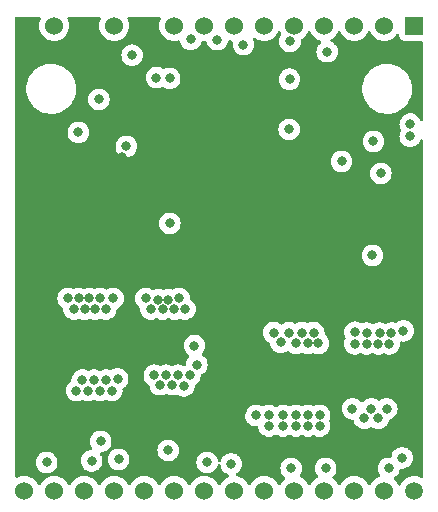
<source format=gbr>
%TF.GenerationSoftware,KiCad,Pcbnew,(6.0.4-0)*%
%TF.CreationDate,2022-08-06T12:57:23-04:00*%
%TF.ProjectId,QuarkCncStepperDrivers,51756172-6b43-46e6-9353-746570706572,rev?*%
%TF.SameCoordinates,Original*%
%TF.FileFunction,Copper,L2,Inr*%
%TF.FilePolarity,Positive*%
%FSLAX46Y46*%
G04 Gerber Fmt 4.6, Leading zero omitted, Abs format (unit mm)*
G04 Created by KiCad (PCBNEW (6.0.4-0)) date 2022-08-06 12:57:23*
%MOMM*%
%LPD*%
G01*
G04 APERTURE LIST*
%TA.AperFunction,ComponentPad*%
%ADD10R,1.524000X1.524000*%
%TD*%
%TA.AperFunction,ComponentPad*%
%ADD11C,1.524000*%
%TD*%
%TA.AperFunction,ComponentPad*%
%ADD12C,1.498600*%
%TD*%
%TA.AperFunction,ComponentPad*%
%ADD13C,0.500000*%
%TD*%
%TA.AperFunction,ViaPad*%
%ADD14C,0.800000*%
%TD*%
G04 APERTURE END LIST*
D10*
%TO.N,/STEPPER_SCK*%
%TO.C,J1*%
X134620000Y-104775000D03*
D11*
%TO.N,/STEPPER_MOSI*%
X132080000Y-104775000D03*
%TO.N,/STEPPER_MISO*%
X129540000Y-104775000D03*
%TO.N,/STEPPER_X_CSn*%
X127000000Y-104775000D03*
%TO.N,/STEPPER_X_STEP*%
X124460000Y-104775000D03*
%TO.N,/STEPPER_X_DIR*%
X121920000Y-104775000D03*
%TO.N,/STEPPER_X_ENn*%
X119380000Y-104775000D03*
%TO.N,+3V3*%
X116840000Y-104775000D03*
%TO.N,+12V*%
X114300000Y-104775000D03*
%TO.N,GND*%
X111760000Y-104775000D03*
%TO.N,VCC*%
X109220000Y-104775000D03*
%TO.N,GND*%
X106680000Y-104775000D03*
%TO.N,VCC*%
X104140000Y-104775000D03*
%TO.N,GND*%
X101600000Y-104775000D03*
%TD*%
%TO.N,/STEPPER_COIL_A2*%
%TO.C,J2*%
X101610000Y-144145000D03*
X104150000Y-144145000D03*
X106690000Y-144145000D03*
%TO.N,/STEPPER_COIL_A1*%
X109230000Y-144145000D03*
X111770000Y-144145000D03*
X114310000Y-144145000D03*
%TO.N,/STEPPER_COIL_B2*%
X116850000Y-144145000D03*
X119390000Y-144145000D03*
X121930000Y-144145000D03*
%TO.N,/STEPPER_COIL_B1*%
X124470000Y-144145000D03*
X127010000Y-144145000D03*
X129550000Y-144145000D03*
%TO.N,/STEPPER_DIAG1*%
X132090000Y-144145000D03*
D12*
%TO.N,/STEPPER_DIAG2*%
X134630000Y-144145000D03*
%TD*%
D13*
%TO.N,GND*%
%TO.C,U1*%
X117597246Y-112125000D03*
X116472246Y-115500000D03*
X118722246Y-114375000D03*
X116472246Y-112125000D03*
X116472246Y-116625000D03*
X119847246Y-112125000D03*
X115347246Y-115500000D03*
X115347246Y-113250000D03*
X115347246Y-116625000D03*
X115347246Y-112125000D03*
X118722246Y-115500000D03*
X115347246Y-114375000D03*
X116472246Y-113250000D03*
X117597246Y-113250000D03*
X118722246Y-112125000D03*
X117597246Y-114375000D03*
X119847246Y-115500000D03*
X119847246Y-113250000D03*
X117597246Y-115500000D03*
X118722246Y-116625000D03*
X119847246Y-116625000D03*
X116472246Y-114375000D03*
X118722246Y-113250000D03*
X117597246Y-116625000D03*
X119847246Y-114375000D03*
%TD*%
D14*
%TO.N,+3V3*%
X124104400Y-106095800D03*
%TO.N,GND*%
X107950000Y-119761000D03*
X127464500Y-117932200D03*
X121666000Y-121576500D03*
X117652800Y-107749400D03*
X129463800Y-114604800D03*
X121756070Y-111617226D03*
X134011489Y-132460000D03*
X118745000Y-139065000D03*
X109905800Y-115911958D03*
X125730000Y-123571000D03*
X110490000Y-119507000D03*
X105156000Y-119761000D03*
X120020000Y-137360000D03*
X129286000Y-121539000D03*
X126746000Y-121539000D03*
X103886000Y-121793000D03*
X124206000Y-121539000D03*
X122377200Y-123723400D03*
X132649500Y-126381426D03*
X108712000Y-121793000D03*
X108204000Y-112471200D03*
X106172000Y-121793000D03*
X101473000Y-140843000D03*
X122428000Y-125603000D03*
X115951000Y-140081000D03*
X113284000Y-119253000D03*
X124739400Y-115973500D03*
X102870000Y-135890000D03*
X108915200Y-108635800D03*
X102870000Y-119761000D03*
X104430000Y-124405000D03*
X102144500Y-131047701D03*
%TO.N,VCC*%
X133604000Y-141351000D03*
X106183593Y-113789951D03*
X107315000Y-141605000D03*
X124206000Y-142240000D03*
X109601000Y-141478000D03*
X108077000Y-139954000D03*
X103505000Y-141732000D03*
X113792000Y-140716000D03*
X131800600Y-117271800D03*
X132461000Y-142240000D03*
X110247144Y-114972549D03*
X119126000Y-141859000D03*
X117094000Y-141732000D03*
X127127000Y-142240000D03*
%TO.N,/STEPPER_COIL_B2*%
X126620000Y-138660000D03*
X126520000Y-131660000D03*
X125620000Y-131660000D03*
X123520000Y-138660000D03*
X122320000Y-137760000D03*
X124620000Y-138660000D03*
X125620000Y-138660000D03*
X126620000Y-137760000D03*
X122720000Y-130760000D03*
X125620000Y-137760000D03*
X123520000Y-137760000D03*
X124620000Y-137760000D03*
X124020000Y-130760000D03*
X122320000Y-138660000D03*
X121220000Y-137760000D03*
X124620000Y-131660000D03*
X126120000Y-130760000D03*
X125120000Y-130760000D03*
X123320000Y-131560000D03*
%TO.N,/STEPPER_COIL_B1*%
X129597246Y-130700000D03*
X130597246Y-130800000D03*
X133697246Y-130600000D03*
X132497246Y-131700000D03*
X129597246Y-131700000D03*
X131597246Y-138000000D03*
X131697246Y-130800000D03*
X129397246Y-137200000D03*
X130397246Y-138000000D03*
X131597246Y-131700000D03*
X132297246Y-137200000D03*
X132697246Y-130800000D03*
X130597246Y-131700000D03*
X130997246Y-137200000D03*
%TO.N,/STEPPER_COIL_A2*%
X108520000Y-134760000D03*
X105320000Y-127860000D03*
X107620000Y-128760000D03*
X106020000Y-135660000D03*
X108520000Y-128760000D03*
X107020000Y-135660000D03*
X106220000Y-127860000D03*
X106520000Y-134760000D03*
X109520000Y-134660000D03*
X108020000Y-135660000D03*
X106720000Y-128760000D03*
X109120000Y-127860000D03*
X109020000Y-135660000D03*
X108020000Y-127860000D03*
X107520000Y-134760000D03*
X105820000Y-128760000D03*
X107120000Y-127860000D03*
%TO.N,/STEPPER_COIL_A1*%
X116020000Y-131860000D03*
X112620000Y-134360000D03*
X111920000Y-127860000D03*
X112320000Y-128760000D03*
X116220000Y-133460000D03*
X114320000Y-128760000D03*
X113120000Y-135160000D03*
X114620000Y-134360000D03*
X113820000Y-127960000D03*
X114720000Y-127860000D03*
X115220000Y-128760000D03*
X115620000Y-134360000D03*
X114120000Y-135160000D03*
X113620000Y-134360000D03*
X112920000Y-127960000D03*
X113320000Y-128760000D03*
X115120000Y-135260000D03*
%TO.N,/STEPPER DRIVER X/hbridge_A2/hbridge_low_side*%
X134289800Y-114122200D03*
X131089400Y-124206000D03*
%TO.N,/STEPPER DRIVER X/hbridge_A3/hbridge_low_side*%
X134289800Y-113080800D03*
X113930000Y-121505000D03*
%TO.N,/STEPPER_X_CSn*%
X124067757Y-109294023D03*
X127254000Y-106959400D03*
%TO.N,/STEPPER_DIAG2*%
X110744000Y-107264200D03*
X120167400Y-106375200D03*
%TO.N,/STEPPER_DIAG1*%
X112801400Y-109169200D03*
%TO.N,/STEPPER_X_ENn*%
X117952348Y-105941980D03*
X115697000Y-105918000D03*
%TO.N,/STEPPER DRIVER X/5VOUT*%
X124029288Y-113543848D03*
X107924600Y-110998000D03*
X113919000Y-109220000D03*
%TO.N,+12V*%
X128473200Y-116255800D03*
X131165600Y-114554000D03*
%TD*%
%TA.AperFunction,Conductor*%
%TO.N,GND*%
G36*
X102963592Y-104033502D02*
G01*
X103010085Y-104087158D01*
X103020189Y-104157432D01*
X103009666Y-104192750D01*
X102941560Y-104338804D01*
X102884022Y-104553537D01*
X102864647Y-104775000D01*
X102884022Y-104996463D01*
X102941560Y-105211196D01*
X102943882Y-105216177D01*
X102943883Y-105216178D01*
X103033186Y-105407689D01*
X103033189Y-105407694D01*
X103035512Y-105412676D01*
X103038667Y-105417182D01*
X103038669Y-105417185D01*
X103158647Y-105588531D01*
X103163023Y-105594781D01*
X103320219Y-105751977D01*
X103324727Y-105755134D01*
X103324730Y-105755136D01*
X103400495Y-105808187D01*
X103502323Y-105879488D01*
X103507305Y-105881811D01*
X103507310Y-105881814D01*
X103641954Y-105944599D01*
X103703804Y-105973440D01*
X103709112Y-105974862D01*
X103709114Y-105974863D01*
X103756705Y-105987615D01*
X103918537Y-106030978D01*
X104140000Y-106050353D01*
X104361463Y-106030978D01*
X104523295Y-105987615D01*
X104570886Y-105974863D01*
X104570888Y-105974862D01*
X104576196Y-105973440D01*
X104638046Y-105944599D01*
X104772690Y-105881814D01*
X104772695Y-105881811D01*
X104777677Y-105879488D01*
X104879505Y-105808187D01*
X104955270Y-105755136D01*
X104955273Y-105755134D01*
X104959781Y-105751977D01*
X105116977Y-105594781D01*
X105121354Y-105588531D01*
X105241331Y-105417185D01*
X105241333Y-105417182D01*
X105244488Y-105412676D01*
X105246811Y-105407694D01*
X105246814Y-105407689D01*
X105336117Y-105216178D01*
X105336118Y-105216177D01*
X105338440Y-105211196D01*
X105395978Y-104996463D01*
X105415353Y-104775000D01*
X105395978Y-104553537D01*
X105338440Y-104338804D01*
X105270334Y-104192750D01*
X105259673Y-104122558D01*
X105288653Y-104057746D01*
X105348073Y-104018889D01*
X105384529Y-104013500D01*
X107975471Y-104013500D01*
X108043592Y-104033502D01*
X108090085Y-104087158D01*
X108100189Y-104157432D01*
X108089666Y-104192750D01*
X108021560Y-104338804D01*
X107964022Y-104553537D01*
X107944647Y-104775000D01*
X107964022Y-104996463D01*
X108021560Y-105211196D01*
X108023882Y-105216177D01*
X108023883Y-105216178D01*
X108113186Y-105407689D01*
X108113189Y-105407694D01*
X108115512Y-105412676D01*
X108118667Y-105417182D01*
X108118669Y-105417185D01*
X108238647Y-105588531D01*
X108243023Y-105594781D01*
X108400219Y-105751977D01*
X108404727Y-105755134D01*
X108404730Y-105755136D01*
X108480495Y-105808187D01*
X108582323Y-105879488D01*
X108587305Y-105881811D01*
X108587310Y-105881814D01*
X108721954Y-105944599D01*
X108783804Y-105973440D01*
X108789112Y-105974862D01*
X108789114Y-105974863D01*
X108836705Y-105987615D01*
X108998537Y-106030978D01*
X109220000Y-106050353D01*
X109441463Y-106030978D01*
X109603295Y-105987615D01*
X109650886Y-105974863D01*
X109650888Y-105974862D01*
X109656196Y-105973440D01*
X109718046Y-105944599D01*
X109852690Y-105881814D01*
X109852695Y-105881811D01*
X109857677Y-105879488D01*
X109959505Y-105808187D01*
X110035270Y-105755136D01*
X110035273Y-105755134D01*
X110039781Y-105751977D01*
X110196977Y-105594781D01*
X110201354Y-105588531D01*
X110321331Y-105417185D01*
X110321333Y-105417182D01*
X110324488Y-105412676D01*
X110326811Y-105407694D01*
X110326814Y-105407689D01*
X110416117Y-105216178D01*
X110416118Y-105216177D01*
X110418440Y-105211196D01*
X110475978Y-104996463D01*
X110495353Y-104775000D01*
X110475978Y-104553537D01*
X110418440Y-104338804D01*
X110350334Y-104192750D01*
X110339673Y-104122558D01*
X110368653Y-104057746D01*
X110428073Y-104018889D01*
X110464529Y-104013500D01*
X113055471Y-104013500D01*
X113123592Y-104033502D01*
X113170085Y-104087158D01*
X113180189Y-104157432D01*
X113169666Y-104192750D01*
X113101560Y-104338804D01*
X113044022Y-104553537D01*
X113024647Y-104775000D01*
X113044022Y-104996463D01*
X113101560Y-105211196D01*
X113103882Y-105216177D01*
X113103883Y-105216178D01*
X113193186Y-105407689D01*
X113193189Y-105407694D01*
X113195512Y-105412676D01*
X113198667Y-105417182D01*
X113198669Y-105417185D01*
X113318647Y-105588531D01*
X113323023Y-105594781D01*
X113480219Y-105751977D01*
X113484727Y-105755134D01*
X113484730Y-105755136D01*
X113560495Y-105808187D01*
X113662323Y-105879488D01*
X113667305Y-105881811D01*
X113667310Y-105881814D01*
X113801954Y-105944599D01*
X113863804Y-105973440D01*
X113869112Y-105974862D01*
X113869114Y-105974863D01*
X113916705Y-105987615D01*
X114078537Y-106030978D01*
X114300000Y-106050353D01*
X114521463Y-106030978D01*
X114603004Y-106009129D01*
X114645367Y-105997778D01*
X114716343Y-105999468D01*
X114775139Y-106039262D01*
X114798742Y-106095464D01*
X114801394Y-106094900D01*
X114802768Y-106101364D01*
X114803458Y-106107928D01*
X114862473Y-106289556D01*
X114957960Y-106454944D01*
X114962378Y-106459851D01*
X114962379Y-106459852D01*
X115079785Y-106590245D01*
X115085747Y-106596866D01*
X115240248Y-106709118D01*
X115246276Y-106711802D01*
X115246278Y-106711803D01*
X115396193Y-106778549D01*
X115414712Y-106786794D01*
X115508113Y-106806647D01*
X115595056Y-106825128D01*
X115595061Y-106825128D01*
X115601513Y-106826500D01*
X115792487Y-106826500D01*
X115798939Y-106825128D01*
X115798944Y-106825128D01*
X115885887Y-106806647D01*
X115979288Y-106786794D01*
X115997807Y-106778549D01*
X116147722Y-106711803D01*
X116147724Y-106711802D01*
X116153752Y-106709118D01*
X116308253Y-106596866D01*
X116314215Y-106590245D01*
X116431621Y-106459852D01*
X116431622Y-106459851D01*
X116436040Y-106454944D01*
X116531527Y-106289556D01*
X116584656Y-106126043D01*
X116624730Y-106067437D01*
X116690126Y-106039800D01*
X116715467Y-106039458D01*
X116840000Y-106050353D01*
X116845475Y-106049874D01*
X116927435Y-106042704D01*
X116997040Y-106056694D01*
X117048032Y-106106093D01*
X117057933Y-106132192D01*
X117058806Y-106131908D01*
X117117821Y-106313536D01*
X117213308Y-106478924D01*
X117217726Y-106483831D01*
X117217727Y-106483832D01*
X117336673Y-106615935D01*
X117341095Y-106620846D01*
X117495596Y-106733098D01*
X117501624Y-106735782D01*
X117501626Y-106735783D01*
X117619281Y-106788166D01*
X117670060Y-106810774D01*
X117744045Y-106826500D01*
X117850404Y-106849108D01*
X117850409Y-106849108D01*
X117856861Y-106850480D01*
X118047835Y-106850480D01*
X118054287Y-106849108D01*
X118054292Y-106849108D01*
X118160651Y-106826500D01*
X118234636Y-106810774D01*
X118285415Y-106788166D01*
X118403070Y-106735783D01*
X118403072Y-106735782D01*
X118409100Y-106733098D01*
X118563601Y-106620846D01*
X118568023Y-106615935D01*
X118686969Y-106483832D01*
X118686970Y-106483831D01*
X118691388Y-106478924D01*
X118786875Y-106313536D01*
X118845890Y-106131908D01*
X118846823Y-106123036D01*
X118847697Y-106114713D01*
X118849350Y-106098984D01*
X118876362Y-106033327D01*
X118934583Y-105992697D01*
X119007271Y-105990446D01*
X119158537Y-106030978D01*
X119164018Y-106031458D01*
X119169436Y-106032413D01*
X119169181Y-106033858D01*
X119228884Y-106057210D01*
X119270525Y-106114713D01*
X119274955Y-106181896D01*
X119273858Y-106185272D01*
X119273168Y-106191833D01*
X119273168Y-106191835D01*
X119255801Y-106357072D01*
X119253896Y-106375200D01*
X119254586Y-106381765D01*
X119265314Y-106483832D01*
X119273858Y-106565128D01*
X119332873Y-106746756D01*
X119336176Y-106752478D01*
X119336177Y-106752479D01*
X119348987Y-106774666D01*
X119428360Y-106912144D01*
X119432778Y-106917051D01*
X119432779Y-106917052D01*
X119551725Y-107049155D01*
X119556147Y-107054066D01*
X119710648Y-107166318D01*
X119716676Y-107169002D01*
X119716678Y-107169003D01*
X119879081Y-107241309D01*
X119885112Y-107243994D01*
X119949288Y-107257635D01*
X120065456Y-107282328D01*
X120065461Y-107282328D01*
X120071913Y-107283700D01*
X120262887Y-107283700D01*
X120269339Y-107282328D01*
X120269344Y-107282328D01*
X120385512Y-107257635D01*
X120449688Y-107243994D01*
X120455719Y-107241309D01*
X120618122Y-107169003D01*
X120618124Y-107169002D01*
X120624152Y-107166318D01*
X120778653Y-107054066D01*
X120783075Y-107049155D01*
X120902021Y-106917052D01*
X120902022Y-106917051D01*
X120906440Y-106912144D01*
X120985813Y-106774666D01*
X120998623Y-106752479D01*
X120998624Y-106752478D01*
X121001927Y-106746756D01*
X121060942Y-106565128D01*
X121069487Y-106483832D01*
X121080214Y-106381765D01*
X121080904Y-106375200D01*
X121078999Y-106357072D01*
X121061632Y-106191835D01*
X121061632Y-106191833D01*
X121060942Y-106185272D01*
X121001927Y-106003644D01*
X120975499Y-105957870D01*
X120958762Y-105888878D01*
X120981982Y-105821786D01*
X121037789Y-105777898D01*
X121108464Y-105771149D01*
X121156890Y-105791659D01*
X121277814Y-105876331D01*
X121282323Y-105879488D01*
X121287305Y-105881811D01*
X121287310Y-105881814D01*
X121421954Y-105944599D01*
X121483804Y-105973440D01*
X121489112Y-105974862D01*
X121489114Y-105974863D01*
X121536705Y-105987615D01*
X121698537Y-106030978D01*
X121920000Y-106050353D01*
X122141463Y-106030978D01*
X122303295Y-105987615D01*
X122350886Y-105974863D01*
X122350888Y-105974862D01*
X122356196Y-105973440D01*
X122418046Y-105944599D01*
X122552690Y-105881814D01*
X122552695Y-105881811D01*
X122557677Y-105879488D01*
X122659505Y-105808187D01*
X122735270Y-105755136D01*
X122735273Y-105755134D01*
X122739781Y-105751977D01*
X122896977Y-105594781D01*
X122901354Y-105588531D01*
X123021331Y-105417185D01*
X123021333Y-105417182D01*
X123024488Y-105412676D01*
X123026811Y-105407694D01*
X123026814Y-105407689D01*
X123075805Y-105302627D01*
X123122723Y-105249342D01*
X123191000Y-105229881D01*
X123258960Y-105250423D01*
X123304195Y-105302627D01*
X123353186Y-105407689D01*
X123353189Y-105407694D01*
X123355512Y-105412676D01*
X123358667Y-105417182D01*
X123358670Y-105417187D01*
X123361338Y-105420997D01*
X123384024Y-105488272D01*
X123366737Y-105557132D01*
X123366269Y-105557846D01*
X123365360Y-105558856D01*
X123269873Y-105724244D01*
X123210858Y-105905872D01*
X123210168Y-105912433D01*
X123210168Y-105912435D01*
X123196230Y-106045053D01*
X123190896Y-106095800D01*
X123191586Y-106102365D01*
X123200990Y-106191835D01*
X123210858Y-106285728D01*
X123269873Y-106467356D01*
X123273176Y-106473078D01*
X123273177Y-106473079D01*
X123276552Y-106478924D01*
X123365360Y-106632744D01*
X123369778Y-106637651D01*
X123369779Y-106637652D01*
X123488470Y-106769472D01*
X123493147Y-106774666D01*
X123647648Y-106886918D01*
X123653676Y-106889602D01*
X123653678Y-106889603D01*
X123810446Y-106959400D01*
X123822112Y-106964594D01*
X123915512Y-106984447D01*
X124002456Y-107002928D01*
X124002461Y-107002928D01*
X124008913Y-107004300D01*
X124199887Y-107004300D01*
X124206339Y-107002928D01*
X124206344Y-107002928D01*
X124293288Y-106984447D01*
X124386688Y-106964594D01*
X124398354Y-106959400D01*
X124555122Y-106889603D01*
X124555124Y-106889602D01*
X124561152Y-106886918D01*
X124715653Y-106774666D01*
X124720330Y-106769472D01*
X124839021Y-106637652D01*
X124839022Y-106637651D01*
X124843440Y-106632744D01*
X124932248Y-106478924D01*
X124935623Y-106473079D01*
X124935624Y-106473078D01*
X124938927Y-106467356D01*
X124997942Y-106285728D01*
X125007811Y-106191835D01*
X125017214Y-106102365D01*
X125017904Y-106095800D01*
X125013185Y-106050900D01*
X125009353Y-106014437D01*
X125022126Y-105944599D01*
X125070628Y-105892752D01*
X125081413Y-105887072D01*
X125092690Y-105881814D01*
X125092695Y-105881811D01*
X125097677Y-105879488D01*
X125199505Y-105808187D01*
X125275270Y-105755136D01*
X125275273Y-105755134D01*
X125279781Y-105751977D01*
X125436977Y-105594781D01*
X125441354Y-105588531D01*
X125561331Y-105417185D01*
X125561333Y-105417182D01*
X125564488Y-105412676D01*
X125566811Y-105407694D01*
X125566814Y-105407689D01*
X125615805Y-105302627D01*
X125662723Y-105249342D01*
X125731000Y-105229881D01*
X125798960Y-105250423D01*
X125844195Y-105302627D01*
X125893186Y-105407689D01*
X125893189Y-105407694D01*
X125895512Y-105412676D01*
X125898667Y-105417182D01*
X125898669Y-105417185D01*
X126018647Y-105588531D01*
X126023023Y-105594781D01*
X126180219Y-105751977D01*
X126184727Y-105755134D01*
X126184730Y-105755136D01*
X126260495Y-105808187D01*
X126362323Y-105879488D01*
X126367305Y-105881811D01*
X126367310Y-105881814D01*
X126501954Y-105944599D01*
X126563804Y-105973440D01*
X126569112Y-105974862D01*
X126569114Y-105974863D01*
X126675108Y-106003264D01*
X126735731Y-106040216D01*
X126766752Y-106104077D01*
X126758324Y-106174571D01*
X126716558Y-106226907D01*
X126642747Y-106280534D01*
X126638326Y-106285444D01*
X126638325Y-106285445D01*
X126563421Y-106368635D01*
X126514960Y-106422456D01*
X126456686Y-106523390D01*
X126428964Y-106571406D01*
X126419473Y-106587844D01*
X126360458Y-106769472D01*
X126359768Y-106776033D01*
X126359768Y-106776035D01*
X126358637Y-106786794D01*
X126340496Y-106959400D01*
X126341186Y-106965965D01*
X126351910Y-107067994D01*
X126360458Y-107149328D01*
X126419473Y-107330956D01*
X126514960Y-107496344D01*
X126642747Y-107638266D01*
X126797248Y-107750518D01*
X126803276Y-107753202D01*
X126803278Y-107753203D01*
X126910956Y-107801144D01*
X126971712Y-107828194D01*
X127065113Y-107848047D01*
X127152056Y-107866528D01*
X127152061Y-107866528D01*
X127158513Y-107867900D01*
X127349487Y-107867900D01*
X127355939Y-107866528D01*
X127355944Y-107866528D01*
X127442888Y-107848047D01*
X127536288Y-107828194D01*
X127597044Y-107801144D01*
X127704722Y-107753203D01*
X127704724Y-107753202D01*
X127710752Y-107750518D01*
X127865253Y-107638266D01*
X127993040Y-107496344D01*
X128088527Y-107330956D01*
X128147542Y-107149328D01*
X128156091Y-107067994D01*
X128166814Y-106965965D01*
X128167504Y-106959400D01*
X128149363Y-106786794D01*
X128148232Y-106776035D01*
X128148232Y-106776033D01*
X128147542Y-106769472D01*
X128088527Y-106587844D01*
X128079037Y-106571406D01*
X128051314Y-106523390D01*
X127993040Y-106422456D01*
X127944580Y-106368635D01*
X127869675Y-106285445D01*
X127869674Y-106285444D01*
X127865253Y-106280534D01*
X127710752Y-106168282D01*
X127704726Y-106165599D01*
X127704719Y-106165595D01*
X127609128Y-106123036D01*
X127555032Y-106077056D01*
X127534382Y-106009129D01*
X127553734Y-105940821D01*
X127607127Y-105893734D01*
X127632686Y-105881816D01*
X127632692Y-105881813D01*
X127637677Y-105879488D01*
X127739505Y-105808187D01*
X127815270Y-105755136D01*
X127815273Y-105755134D01*
X127819781Y-105751977D01*
X127976977Y-105594781D01*
X127981354Y-105588531D01*
X128101331Y-105417185D01*
X128101333Y-105417182D01*
X128104488Y-105412676D01*
X128106811Y-105407694D01*
X128106814Y-105407689D01*
X128155805Y-105302627D01*
X128202723Y-105249342D01*
X128271000Y-105229881D01*
X128338960Y-105250423D01*
X128384195Y-105302627D01*
X128433186Y-105407689D01*
X128433189Y-105407694D01*
X128435512Y-105412676D01*
X128438667Y-105417182D01*
X128438669Y-105417185D01*
X128558647Y-105588531D01*
X128563023Y-105594781D01*
X128720219Y-105751977D01*
X128724727Y-105755134D01*
X128724730Y-105755136D01*
X128800495Y-105808187D01*
X128902323Y-105879488D01*
X128907305Y-105881811D01*
X128907310Y-105881814D01*
X129041954Y-105944599D01*
X129103804Y-105973440D01*
X129109112Y-105974862D01*
X129109114Y-105974863D01*
X129156705Y-105987615D01*
X129318537Y-106030978D01*
X129540000Y-106050353D01*
X129761463Y-106030978D01*
X129923295Y-105987615D01*
X129970886Y-105974863D01*
X129970888Y-105974862D01*
X129976196Y-105973440D01*
X130038046Y-105944599D01*
X130172690Y-105881814D01*
X130172695Y-105881811D01*
X130177677Y-105879488D01*
X130279505Y-105808187D01*
X130355270Y-105755136D01*
X130355273Y-105755134D01*
X130359781Y-105751977D01*
X130516977Y-105594781D01*
X130521354Y-105588531D01*
X130641331Y-105417185D01*
X130641333Y-105417182D01*
X130644488Y-105412676D01*
X130646811Y-105407694D01*
X130646814Y-105407689D01*
X130695805Y-105302627D01*
X130742723Y-105249342D01*
X130811000Y-105229881D01*
X130878960Y-105250423D01*
X130924195Y-105302627D01*
X130973186Y-105407689D01*
X130973189Y-105407694D01*
X130975512Y-105412676D01*
X130978667Y-105417182D01*
X130978669Y-105417185D01*
X131098647Y-105588531D01*
X131103023Y-105594781D01*
X131260219Y-105751977D01*
X131264727Y-105755134D01*
X131264730Y-105755136D01*
X131340495Y-105808187D01*
X131442323Y-105879488D01*
X131447305Y-105881811D01*
X131447310Y-105881814D01*
X131581954Y-105944599D01*
X131643804Y-105973440D01*
X131649112Y-105974862D01*
X131649114Y-105974863D01*
X131696705Y-105987615D01*
X131858537Y-106030978D01*
X132080000Y-106050353D01*
X132301463Y-106030978D01*
X132463295Y-105987615D01*
X132510886Y-105974863D01*
X132510888Y-105974862D01*
X132516196Y-105973440D01*
X132578046Y-105944599D01*
X132712690Y-105881814D01*
X132712695Y-105881811D01*
X132717677Y-105879488D01*
X132819505Y-105808187D01*
X132895270Y-105755136D01*
X132895273Y-105755134D01*
X132899781Y-105751977D01*
X133056977Y-105594781D01*
X133061354Y-105588531D01*
X133120287Y-105504365D01*
X133175744Y-105460037D01*
X133246363Y-105452728D01*
X133309724Y-105484759D01*
X133345709Y-105545960D01*
X133349500Y-105576636D01*
X133349500Y-105585134D01*
X133356255Y-105647316D01*
X133407385Y-105783705D01*
X133494739Y-105900261D01*
X133611295Y-105987615D01*
X133747684Y-106038745D01*
X133809866Y-106045500D01*
X135255500Y-106045500D01*
X135323621Y-106065502D01*
X135370114Y-106119158D01*
X135381500Y-106171500D01*
X135381500Y-112705209D01*
X135361498Y-112773330D01*
X135307842Y-112819823D01*
X135237568Y-112829927D01*
X135172988Y-112800433D01*
X135135667Y-112744145D01*
X135126369Y-112715529D01*
X135124327Y-112709244D01*
X135028840Y-112543856D01*
X134901053Y-112401934D01*
X134746552Y-112289682D01*
X134740524Y-112286998D01*
X134740522Y-112286997D01*
X134578119Y-112214691D01*
X134578118Y-112214691D01*
X134572088Y-112212006D01*
X134478687Y-112192153D01*
X134391744Y-112173672D01*
X134391739Y-112173672D01*
X134385287Y-112172300D01*
X134194313Y-112172300D01*
X134187861Y-112173672D01*
X134187856Y-112173672D01*
X134100912Y-112192153D01*
X134007512Y-112212006D01*
X134001482Y-112214691D01*
X134001481Y-112214691D01*
X133839078Y-112286997D01*
X133839076Y-112286998D01*
X133833048Y-112289682D01*
X133678547Y-112401934D01*
X133550760Y-112543856D01*
X133455273Y-112709244D01*
X133396258Y-112890872D01*
X133395568Y-112897433D01*
X133395568Y-112897435D01*
X133384503Y-113002714D01*
X133376296Y-113080800D01*
X133376986Y-113087365D01*
X133393880Y-113248099D01*
X133396258Y-113270728D01*
X133455273Y-113452356D01*
X133505010Y-113538502D01*
X133521747Y-113607495D01*
X133505010Y-113664498D01*
X133455273Y-113750644D01*
X133396258Y-113932272D01*
X133395568Y-113938833D01*
X133395568Y-113938835D01*
X133387863Y-114012148D01*
X133376296Y-114122200D01*
X133376986Y-114128765D01*
X133394836Y-114298594D01*
X133396258Y-114312128D01*
X133455273Y-114493756D01*
X133550760Y-114659144D01*
X133555178Y-114664051D01*
X133555179Y-114664052D01*
X133656286Y-114776343D01*
X133678547Y-114801066D01*
X133833048Y-114913318D01*
X133839076Y-114916002D01*
X133839078Y-114916003D01*
X133980829Y-114979114D01*
X134007512Y-114990994D01*
X134100912Y-115010847D01*
X134187856Y-115029328D01*
X134187861Y-115029328D01*
X134194313Y-115030700D01*
X134385287Y-115030700D01*
X134391739Y-115029328D01*
X134391744Y-115029328D01*
X134478688Y-115010847D01*
X134572088Y-114990994D01*
X134598771Y-114979114D01*
X134740522Y-114916003D01*
X134740524Y-114916002D01*
X134746552Y-114913318D01*
X134901053Y-114801066D01*
X134923314Y-114776343D01*
X135024421Y-114664052D01*
X135024422Y-114664051D01*
X135028840Y-114659144D01*
X135124327Y-114493756D01*
X135135667Y-114458855D01*
X135175740Y-114400249D01*
X135241137Y-114372612D01*
X135311094Y-114384719D01*
X135363400Y-114432725D01*
X135381500Y-114497791D01*
X135381500Y-142909820D01*
X135361498Y-142977941D01*
X135307842Y-143024434D01*
X135237568Y-143034538D01*
X135202250Y-143024015D01*
X135066818Y-142960862D01*
X135066817Y-142960861D01*
X135061836Y-142958539D01*
X135056528Y-142957117D01*
X135056526Y-142957116D01*
X134854564Y-142903001D01*
X134854563Y-142903001D01*
X134849249Y-142901577D01*
X134630000Y-142882395D01*
X134410751Y-142901577D01*
X134405437Y-142903001D01*
X134405436Y-142903001D01*
X134203474Y-142957116D01*
X134203472Y-142957117D01*
X134198164Y-142958539D01*
X134193184Y-142960861D01*
X134193182Y-142960862D01*
X134003679Y-143049229D01*
X134003676Y-143049231D01*
X133998698Y-143051552D01*
X133818413Y-143177788D01*
X133662788Y-143333413D01*
X133536552Y-143513698D01*
X133534231Y-143518676D01*
X133534229Y-143518679D01*
X133481201Y-143632398D01*
X133434283Y-143685683D01*
X133366006Y-143705144D01*
X133298046Y-143684602D01*
X133252811Y-143632398D01*
X133196814Y-143512311D01*
X133196811Y-143512306D01*
X133194488Y-143507324D01*
X133075874Y-143337925D01*
X133070136Y-143329730D01*
X133070134Y-143329727D01*
X133066977Y-143325219D01*
X132938158Y-143196400D01*
X132904132Y-143134088D01*
X132909197Y-143063273D01*
X132953192Y-143005369D01*
X133066909Y-142922749D01*
X133066911Y-142922747D01*
X133072253Y-142918866D01*
X133090249Y-142898879D01*
X133195621Y-142781852D01*
X133195622Y-142781851D01*
X133200040Y-142776944D01*
X133295527Y-142611556D01*
X133354542Y-142429928D01*
X133356138Y-142414749D01*
X133360843Y-142369979D01*
X133387857Y-142304322D01*
X133446078Y-142263693D01*
X133499323Y-142257840D01*
X133502053Y-142258127D01*
X133508513Y-142259500D01*
X133699487Y-142259500D01*
X133705939Y-142258128D01*
X133705944Y-142258128D01*
X133792887Y-142239647D01*
X133886288Y-142219794D01*
X134018906Y-142160749D01*
X134054722Y-142144803D01*
X134054724Y-142144802D01*
X134060752Y-142142118D01*
X134215253Y-142029866D01*
X134233837Y-142009226D01*
X134338621Y-141892852D01*
X134338622Y-141892851D01*
X134343040Y-141887944D01*
X134429284Y-141738565D01*
X134435223Y-141728279D01*
X134435224Y-141728278D01*
X134438527Y-141722556D01*
X134497542Y-141540928D01*
X134500814Y-141509803D01*
X134516814Y-141357565D01*
X134517504Y-141351000D01*
X134515599Y-141332872D01*
X134498232Y-141167635D01*
X134498232Y-141167633D01*
X134497542Y-141161072D01*
X134438527Y-140979444D01*
X134343040Y-140814056D01*
X134215253Y-140672134D01*
X134116157Y-140600136D01*
X134066094Y-140563763D01*
X134066093Y-140563762D01*
X134060752Y-140559882D01*
X134054724Y-140557198D01*
X134054722Y-140557197D01*
X133892319Y-140484891D01*
X133892318Y-140484891D01*
X133886288Y-140482206D01*
X133792888Y-140462353D01*
X133705944Y-140443872D01*
X133705939Y-140443872D01*
X133699487Y-140442500D01*
X133508513Y-140442500D01*
X133502061Y-140443872D01*
X133502056Y-140443872D01*
X133415112Y-140462353D01*
X133321712Y-140482206D01*
X133315682Y-140484891D01*
X133315681Y-140484891D01*
X133153278Y-140557197D01*
X133153276Y-140557198D01*
X133147248Y-140559882D01*
X133141907Y-140563762D01*
X133141906Y-140563763D01*
X133091843Y-140600136D01*
X132992747Y-140672134D01*
X132864960Y-140814056D01*
X132769473Y-140979444D01*
X132710458Y-141161072D01*
X132709768Y-141167633D01*
X132709768Y-141167635D01*
X132704157Y-141221021D01*
X132677143Y-141286678D01*
X132618922Y-141327307D01*
X132565677Y-141333160D01*
X132562947Y-141332873D01*
X132556487Y-141331500D01*
X132365513Y-141331500D01*
X132359061Y-141332872D01*
X132359056Y-141332872D01*
X132273773Y-141351000D01*
X132178712Y-141371206D01*
X132172682Y-141373891D01*
X132172681Y-141373891D01*
X132010278Y-141446197D01*
X132010276Y-141446198D01*
X132004248Y-141448882D01*
X131998907Y-141452762D01*
X131998906Y-141452763D01*
X131964171Y-141478000D01*
X131849747Y-141561134D01*
X131845326Y-141566044D01*
X131845325Y-141566045D01*
X131747937Y-141674206D01*
X131721960Y-141703056D01*
X131705249Y-141732000D01*
X131631926Y-141859000D01*
X131626473Y-141868444D01*
X131567458Y-142050072D01*
X131566768Y-142056633D01*
X131566768Y-142056635D01*
X131549149Y-142224271D01*
X131547496Y-142240000D01*
X131548186Y-142246565D01*
X131565863Y-142414749D01*
X131567458Y-142429928D01*
X131626473Y-142611556D01*
X131629776Y-142617278D01*
X131629777Y-142617279D01*
X131716210Y-142766986D01*
X131732948Y-142835982D01*
X131709727Y-142903073D01*
X131653485Y-142945875D01*
X131653804Y-142946560D01*
X131648818Y-142948885D01*
X131457311Y-143038186D01*
X131457306Y-143038189D01*
X131452324Y-143040512D01*
X131447817Y-143043668D01*
X131447815Y-143043669D01*
X131274730Y-143164864D01*
X131274727Y-143164866D01*
X131270219Y-143168023D01*
X131113023Y-143325219D01*
X131109866Y-143329727D01*
X131109864Y-143329730D01*
X131104126Y-143337925D01*
X130985512Y-143507324D01*
X130983189Y-143512306D01*
X130983186Y-143512311D01*
X130934195Y-143617373D01*
X130887277Y-143670658D01*
X130819000Y-143690119D01*
X130751040Y-143669577D01*
X130705805Y-143617373D01*
X130656814Y-143512311D01*
X130656811Y-143512306D01*
X130654488Y-143507324D01*
X130535874Y-143337925D01*
X130530136Y-143329730D01*
X130530134Y-143329727D01*
X130526977Y-143325219D01*
X130369781Y-143168023D01*
X130365273Y-143164866D01*
X130365270Y-143164864D01*
X130212605Y-143057967D01*
X130187677Y-143040512D01*
X130182695Y-143038189D01*
X130182690Y-143038186D01*
X129991178Y-142948883D01*
X129991177Y-142948882D01*
X129986196Y-142946560D01*
X129980888Y-142945138D01*
X129980886Y-142945137D01*
X129864513Y-142913955D01*
X129771463Y-142889022D01*
X129550000Y-142869647D01*
X129328537Y-142889022D01*
X129235487Y-142913955D01*
X129119114Y-142945137D01*
X129119112Y-142945138D01*
X129113804Y-142946560D01*
X129108823Y-142948882D01*
X129108822Y-142948883D01*
X128917311Y-143038186D01*
X128917306Y-143038189D01*
X128912324Y-143040512D01*
X128907817Y-143043668D01*
X128907815Y-143043669D01*
X128734730Y-143164864D01*
X128734727Y-143164866D01*
X128730219Y-143168023D01*
X128573023Y-143325219D01*
X128569866Y-143329727D01*
X128569864Y-143329730D01*
X128564126Y-143337925D01*
X128445512Y-143507324D01*
X128443189Y-143512306D01*
X128443186Y-143512311D01*
X128394195Y-143617373D01*
X128347277Y-143670658D01*
X128279000Y-143690119D01*
X128211040Y-143669577D01*
X128165805Y-143617373D01*
X128116814Y-143512311D01*
X128116811Y-143512306D01*
X128114488Y-143507324D01*
X127995874Y-143337925D01*
X127990136Y-143329730D01*
X127990134Y-143329727D01*
X127986977Y-143325219D01*
X127829781Y-143168023D01*
X127825271Y-143164865D01*
X127825265Y-143164860D01*
X127751806Y-143113424D01*
X127707477Y-143057967D01*
X127700168Y-142987348D01*
X127732198Y-142923988D01*
X127735055Y-142921189D01*
X127738253Y-142918866D01*
X127742668Y-142913963D01*
X127742671Y-142913960D01*
X127861621Y-142781852D01*
X127861622Y-142781851D01*
X127866040Y-142776944D01*
X127961527Y-142611556D01*
X128020542Y-142429928D01*
X128022138Y-142414749D01*
X128039814Y-142246565D01*
X128040504Y-142240000D01*
X128038851Y-142224271D01*
X128021232Y-142056635D01*
X128021232Y-142056633D01*
X128020542Y-142050072D01*
X127961527Y-141868444D01*
X127956075Y-141859000D01*
X127882751Y-141732000D01*
X127866040Y-141703056D01*
X127840064Y-141674206D01*
X127742675Y-141566045D01*
X127742674Y-141566044D01*
X127738253Y-141561134D01*
X127623829Y-141478000D01*
X127589094Y-141452763D01*
X127589093Y-141452762D01*
X127583752Y-141448882D01*
X127577724Y-141446198D01*
X127577722Y-141446197D01*
X127415319Y-141373891D01*
X127415318Y-141373891D01*
X127409288Y-141371206D01*
X127314227Y-141351000D01*
X127228944Y-141332872D01*
X127228939Y-141332872D01*
X127222487Y-141331500D01*
X127031513Y-141331500D01*
X127025061Y-141332872D01*
X127025056Y-141332872D01*
X126939773Y-141351000D01*
X126844712Y-141371206D01*
X126838682Y-141373891D01*
X126838681Y-141373891D01*
X126676278Y-141446197D01*
X126676276Y-141446198D01*
X126670248Y-141448882D01*
X126664907Y-141452762D01*
X126664906Y-141452763D01*
X126630171Y-141478000D01*
X126515747Y-141561134D01*
X126511326Y-141566044D01*
X126511325Y-141566045D01*
X126413937Y-141674206D01*
X126387960Y-141703056D01*
X126371249Y-141732000D01*
X126297926Y-141859000D01*
X126292473Y-141868444D01*
X126233458Y-142050072D01*
X126232768Y-142056633D01*
X126232768Y-142056635D01*
X126215149Y-142224271D01*
X126213496Y-142240000D01*
X126214186Y-142246565D01*
X126231863Y-142414749D01*
X126233458Y-142429928D01*
X126292473Y-142611556D01*
X126387960Y-142776944D01*
X126436539Y-142830896D01*
X126467256Y-142894904D01*
X126458491Y-142965357D01*
X126413028Y-143019888D01*
X126396151Y-143029401D01*
X126377315Y-143038184D01*
X126377312Y-143038186D01*
X126372324Y-143040512D01*
X126367817Y-143043668D01*
X126367815Y-143043669D01*
X126194730Y-143164864D01*
X126194727Y-143164866D01*
X126190219Y-143168023D01*
X126033023Y-143325219D01*
X126029866Y-143329727D01*
X126029864Y-143329730D01*
X126024126Y-143337925D01*
X125905512Y-143507324D01*
X125903189Y-143512306D01*
X125903186Y-143512311D01*
X125854195Y-143617373D01*
X125807277Y-143670658D01*
X125739000Y-143690119D01*
X125671040Y-143669577D01*
X125625805Y-143617373D01*
X125576814Y-143512311D01*
X125576811Y-143512306D01*
X125574488Y-143507324D01*
X125455874Y-143337925D01*
X125450136Y-143329730D01*
X125450134Y-143329727D01*
X125446977Y-143325219D01*
X125289781Y-143168023D01*
X125285273Y-143164866D01*
X125285270Y-143164864D01*
X125132605Y-143057967D01*
X125107677Y-143040512D01*
X125102695Y-143038189D01*
X125102690Y-143038186D01*
X124980317Y-142981123D01*
X124927032Y-142934206D01*
X124907571Y-142865928D01*
X124928113Y-142797968D01*
X124939932Y-142782617D01*
X124940621Y-142781852D01*
X124940622Y-142781851D01*
X124945040Y-142776944D01*
X125040527Y-142611556D01*
X125099542Y-142429928D01*
X125101138Y-142414749D01*
X125118814Y-142246565D01*
X125119504Y-142240000D01*
X125117851Y-142224271D01*
X125100232Y-142056635D01*
X125100232Y-142056633D01*
X125099542Y-142050072D01*
X125040527Y-141868444D01*
X125035075Y-141859000D01*
X124961751Y-141732000D01*
X124945040Y-141703056D01*
X124919064Y-141674206D01*
X124821675Y-141566045D01*
X124821674Y-141566044D01*
X124817253Y-141561134D01*
X124702829Y-141478000D01*
X124668094Y-141452763D01*
X124668093Y-141452762D01*
X124662752Y-141448882D01*
X124656724Y-141446198D01*
X124656722Y-141446197D01*
X124494319Y-141373891D01*
X124494318Y-141373891D01*
X124488288Y-141371206D01*
X124393227Y-141351000D01*
X124307944Y-141332872D01*
X124307939Y-141332872D01*
X124301487Y-141331500D01*
X124110513Y-141331500D01*
X124104061Y-141332872D01*
X124104056Y-141332872D01*
X124018773Y-141351000D01*
X123923712Y-141371206D01*
X123917682Y-141373891D01*
X123917681Y-141373891D01*
X123755278Y-141446197D01*
X123755276Y-141446198D01*
X123749248Y-141448882D01*
X123743907Y-141452762D01*
X123743906Y-141452763D01*
X123709171Y-141478000D01*
X123594747Y-141561134D01*
X123590326Y-141566044D01*
X123590325Y-141566045D01*
X123492937Y-141674206D01*
X123466960Y-141703056D01*
X123450249Y-141732000D01*
X123376926Y-141859000D01*
X123371473Y-141868444D01*
X123312458Y-142050072D01*
X123311768Y-142056633D01*
X123311768Y-142056635D01*
X123294149Y-142224271D01*
X123292496Y-142240000D01*
X123293186Y-142246565D01*
X123310863Y-142414749D01*
X123312458Y-142429928D01*
X123371473Y-142611556D01*
X123466960Y-142776944D01*
X123471378Y-142781851D01*
X123471379Y-142781852D01*
X123576751Y-142898879D01*
X123594747Y-142918866D01*
X123653696Y-142961695D01*
X123697048Y-143017917D01*
X123703123Y-143088653D01*
X123669991Y-143151445D01*
X123658709Y-143161050D01*
X123658943Y-143161329D01*
X123654730Y-143164864D01*
X123650219Y-143168023D01*
X123493023Y-143325219D01*
X123489866Y-143329727D01*
X123489864Y-143329730D01*
X123484126Y-143337925D01*
X123365512Y-143507324D01*
X123363189Y-143512306D01*
X123363186Y-143512311D01*
X123314195Y-143617373D01*
X123267277Y-143670658D01*
X123199000Y-143690119D01*
X123131040Y-143669577D01*
X123085805Y-143617373D01*
X123036814Y-143512311D01*
X123036811Y-143512306D01*
X123034488Y-143507324D01*
X122915874Y-143337925D01*
X122910136Y-143329730D01*
X122910134Y-143329727D01*
X122906977Y-143325219D01*
X122749781Y-143168023D01*
X122745273Y-143164866D01*
X122745270Y-143164864D01*
X122592605Y-143057967D01*
X122567677Y-143040512D01*
X122562695Y-143038189D01*
X122562690Y-143038186D01*
X122371178Y-142948883D01*
X122371177Y-142948882D01*
X122366196Y-142946560D01*
X122360888Y-142945138D01*
X122360886Y-142945137D01*
X122244513Y-142913955D01*
X122151463Y-142889022D01*
X121930000Y-142869647D01*
X121708537Y-142889022D01*
X121615487Y-142913955D01*
X121499114Y-142945137D01*
X121499112Y-142945138D01*
X121493804Y-142946560D01*
X121488823Y-142948882D01*
X121488822Y-142948883D01*
X121297311Y-143038186D01*
X121297306Y-143038189D01*
X121292324Y-143040512D01*
X121287817Y-143043668D01*
X121287815Y-143043669D01*
X121114730Y-143164864D01*
X121114727Y-143164866D01*
X121110219Y-143168023D01*
X120953023Y-143325219D01*
X120949866Y-143329727D01*
X120949864Y-143329730D01*
X120944126Y-143337925D01*
X120825512Y-143507324D01*
X120823189Y-143512306D01*
X120823186Y-143512311D01*
X120774195Y-143617373D01*
X120727277Y-143670658D01*
X120659000Y-143690119D01*
X120591040Y-143669577D01*
X120545805Y-143617373D01*
X120496814Y-143512311D01*
X120496811Y-143512306D01*
X120494488Y-143507324D01*
X120375874Y-143337925D01*
X120370136Y-143329730D01*
X120370134Y-143329727D01*
X120366977Y-143325219D01*
X120209781Y-143168023D01*
X120205273Y-143164866D01*
X120205270Y-143164864D01*
X120052605Y-143057967D01*
X120027677Y-143040512D01*
X120022695Y-143038189D01*
X120022690Y-143038186D01*
X119831178Y-142948883D01*
X119831177Y-142948882D01*
X119826196Y-142946560D01*
X119820888Y-142945138D01*
X119820886Y-142945137D01*
X119616774Y-142890445D01*
X119616773Y-142890445D01*
X119611463Y-142889022D01*
X119610392Y-142888928D01*
X119548005Y-142858010D01*
X119511535Y-142797097D01*
X119513786Y-142726136D01*
X119554045Y-142667657D01*
X119571484Y-142656948D01*
X119570999Y-142656107D01*
X119576722Y-142652803D01*
X119582752Y-142650118D01*
X119597879Y-142639128D01*
X119654336Y-142598109D01*
X119737253Y-142537866D01*
X119865040Y-142395944D01*
X119951284Y-142246565D01*
X119957223Y-142236279D01*
X119957224Y-142236278D01*
X119960527Y-142230556D01*
X120019542Y-142048928D01*
X120021138Y-142033749D01*
X120038814Y-141865565D01*
X120039504Y-141859000D01*
X120019542Y-141669072D01*
X119960527Y-141487444D01*
X119955075Y-141478000D01*
X119907077Y-141394866D01*
X119865040Y-141322056D01*
X119785254Y-141233444D01*
X119741675Y-141185045D01*
X119741674Y-141185044D01*
X119737253Y-141180134D01*
X119609831Y-141087556D01*
X119588094Y-141071763D01*
X119588093Y-141071762D01*
X119582752Y-141067882D01*
X119576724Y-141065198D01*
X119576722Y-141065197D01*
X119414319Y-140992891D01*
X119414318Y-140992891D01*
X119408288Y-140990206D01*
X119314887Y-140970353D01*
X119227944Y-140951872D01*
X119227939Y-140951872D01*
X119221487Y-140950500D01*
X119030513Y-140950500D01*
X119024061Y-140951872D01*
X119024056Y-140951872D01*
X118937113Y-140970353D01*
X118843712Y-140990206D01*
X118837682Y-140992891D01*
X118837681Y-140992891D01*
X118675278Y-141065197D01*
X118675276Y-141065198D01*
X118669248Y-141067882D01*
X118663907Y-141071762D01*
X118663906Y-141071763D01*
X118642169Y-141087556D01*
X118514747Y-141180134D01*
X118510326Y-141185044D01*
X118510325Y-141185045D01*
X118466747Y-141233444D01*
X118386960Y-141322056D01*
X118344923Y-141394866D01*
X118296926Y-141478000D01*
X118291473Y-141487444D01*
X118246941Y-141624500D01*
X118240669Y-141643802D01*
X118200595Y-141702407D01*
X118135199Y-141730044D01*
X118065242Y-141717937D01*
X118012936Y-141669931D01*
X117995526Y-141618036D01*
X117988232Y-141548634D01*
X117988231Y-141548631D01*
X117987542Y-141542072D01*
X117928527Y-141360444D01*
X117923075Y-141351000D01*
X117836341Y-141200774D01*
X117833040Y-141195056D01*
X117753254Y-141106444D01*
X117709675Y-141058045D01*
X117709674Y-141058044D01*
X117705253Y-141053134D01*
X117595951Y-140973721D01*
X117556094Y-140944763D01*
X117556093Y-140944762D01*
X117550752Y-140940882D01*
X117544724Y-140938198D01*
X117544722Y-140938197D01*
X117382319Y-140865891D01*
X117382318Y-140865891D01*
X117376288Y-140863206D01*
X117282887Y-140843353D01*
X117195944Y-140824872D01*
X117195939Y-140824872D01*
X117189487Y-140823500D01*
X116998513Y-140823500D01*
X116992061Y-140824872D01*
X116992056Y-140824872D01*
X116905113Y-140843353D01*
X116811712Y-140863206D01*
X116805682Y-140865891D01*
X116805681Y-140865891D01*
X116643278Y-140938197D01*
X116643276Y-140938198D01*
X116637248Y-140940882D01*
X116631907Y-140944762D01*
X116631906Y-140944763D01*
X116592049Y-140973721D01*
X116482747Y-141053134D01*
X116478326Y-141058044D01*
X116478325Y-141058045D01*
X116434747Y-141106444D01*
X116354960Y-141195056D01*
X116351659Y-141200774D01*
X116264926Y-141351000D01*
X116259473Y-141360444D01*
X116200458Y-141542072D01*
X116199768Y-141548633D01*
X116199768Y-141548635D01*
X116189766Y-141643802D01*
X116180496Y-141732000D01*
X116200458Y-141921928D01*
X116259473Y-142103556D01*
X116354960Y-142268944D01*
X116482747Y-142410866D01*
X116565664Y-142471109D01*
X116622122Y-142512128D01*
X116637248Y-142523118D01*
X116643276Y-142525802D01*
X116643278Y-142525803D01*
X116679094Y-142541749D01*
X116811712Y-142600794D01*
X116818164Y-142602166D01*
X116818169Y-142602167D01*
X116919512Y-142623708D01*
X116981986Y-142657437D01*
X117002360Y-142694331D01*
X117020003Y-142668705D01*
X117085487Y-142641276D01*
X117099452Y-142640500D01*
X117189487Y-142640500D01*
X117195939Y-142639128D01*
X117195944Y-142639128D01*
X117282887Y-142620647D01*
X117376288Y-142600794D01*
X117508906Y-142541749D01*
X117544722Y-142525803D01*
X117544724Y-142525802D01*
X117550752Y-142523118D01*
X117565879Y-142512128D01*
X117622336Y-142471109D01*
X117705253Y-142410866D01*
X117833040Y-142268944D01*
X117928527Y-142103556D01*
X117979331Y-141947197D01*
X118019405Y-141888593D01*
X118084801Y-141860956D01*
X118154758Y-141873063D01*
X118207064Y-141921069D01*
X118224474Y-141972964D01*
X118225357Y-141981363D01*
X118230863Y-142033749D01*
X118232458Y-142048928D01*
X118291473Y-142230556D01*
X118294776Y-142236278D01*
X118294777Y-142236279D01*
X118300716Y-142246565D01*
X118386960Y-142395944D01*
X118514747Y-142537866D01*
X118597664Y-142598109D01*
X118654122Y-142639128D01*
X118669248Y-142650118D01*
X118675276Y-142652802D01*
X118675278Y-142652803D01*
X118837681Y-142725109D01*
X118843712Y-142727794D01*
X118870025Y-142733387D01*
X118873238Y-142734070D01*
X118935712Y-142767797D01*
X118970034Y-142829947D01*
X118965307Y-142900786D01*
X118923032Y-142957824D01*
X118900293Y-142971512D01*
X118774888Y-143029990D01*
X118752324Y-143040512D01*
X118747817Y-143043668D01*
X118747815Y-143043669D01*
X118574730Y-143164864D01*
X118574727Y-143164866D01*
X118570219Y-143168023D01*
X118413023Y-143325219D01*
X118409866Y-143329727D01*
X118409864Y-143329730D01*
X118404126Y-143337925D01*
X118285512Y-143507324D01*
X118283189Y-143512306D01*
X118283186Y-143512311D01*
X118234195Y-143617373D01*
X118187277Y-143670658D01*
X118119000Y-143690119D01*
X118051040Y-143669577D01*
X118005805Y-143617373D01*
X117956814Y-143512311D01*
X117956811Y-143512306D01*
X117954488Y-143507324D01*
X117835874Y-143337925D01*
X117830136Y-143329730D01*
X117830134Y-143329727D01*
X117826977Y-143325219D01*
X117669781Y-143168023D01*
X117665273Y-143164866D01*
X117665270Y-143164864D01*
X117512605Y-143057967D01*
X117487677Y-143040512D01*
X117482695Y-143038189D01*
X117482690Y-143038186D01*
X117291178Y-142948883D01*
X117291177Y-142948882D01*
X117286196Y-142946560D01*
X117280888Y-142945138D01*
X117280886Y-142945137D01*
X117071463Y-142889022D01*
X117071809Y-142887730D01*
X117013959Y-142859058D01*
X116990165Y-142819316D01*
X116969303Y-142847463D01*
X116902901Y-142872590D01*
X116882333Y-142872475D01*
X116855485Y-142870126D01*
X116855475Y-142870126D01*
X116850000Y-142869647D01*
X116628537Y-142889022D01*
X116535487Y-142913955D01*
X116419114Y-142945137D01*
X116419112Y-142945138D01*
X116413804Y-142946560D01*
X116408823Y-142948882D01*
X116408822Y-142948883D01*
X116217311Y-143038186D01*
X116217306Y-143038189D01*
X116212324Y-143040512D01*
X116207817Y-143043668D01*
X116207815Y-143043669D01*
X116034730Y-143164864D01*
X116034727Y-143164866D01*
X116030219Y-143168023D01*
X115873023Y-143325219D01*
X115869866Y-143329727D01*
X115869864Y-143329730D01*
X115864126Y-143337925D01*
X115745512Y-143507324D01*
X115743189Y-143512306D01*
X115743186Y-143512311D01*
X115694195Y-143617373D01*
X115647277Y-143670658D01*
X115579000Y-143690119D01*
X115511040Y-143669577D01*
X115465805Y-143617373D01*
X115416814Y-143512311D01*
X115416811Y-143512306D01*
X115414488Y-143507324D01*
X115295874Y-143337925D01*
X115290136Y-143329730D01*
X115290134Y-143329727D01*
X115286977Y-143325219D01*
X115129781Y-143168023D01*
X115125273Y-143164866D01*
X115125270Y-143164864D01*
X114972605Y-143057967D01*
X114947677Y-143040512D01*
X114942695Y-143038189D01*
X114942690Y-143038186D01*
X114751178Y-142948883D01*
X114751177Y-142948882D01*
X114746196Y-142946560D01*
X114740888Y-142945138D01*
X114740886Y-142945137D01*
X114624513Y-142913955D01*
X114531463Y-142889022D01*
X114310000Y-142869647D01*
X114088537Y-142889022D01*
X113995487Y-142913955D01*
X113879114Y-142945137D01*
X113879112Y-142945138D01*
X113873804Y-142946560D01*
X113868823Y-142948882D01*
X113868822Y-142948883D01*
X113677311Y-143038186D01*
X113677306Y-143038189D01*
X113672324Y-143040512D01*
X113667817Y-143043668D01*
X113667815Y-143043669D01*
X113494730Y-143164864D01*
X113494727Y-143164866D01*
X113490219Y-143168023D01*
X113333023Y-143325219D01*
X113329866Y-143329727D01*
X113329864Y-143329730D01*
X113324126Y-143337925D01*
X113205512Y-143507324D01*
X113203189Y-143512306D01*
X113203186Y-143512311D01*
X113154195Y-143617373D01*
X113107277Y-143670658D01*
X113039000Y-143690119D01*
X112971040Y-143669577D01*
X112925805Y-143617373D01*
X112876814Y-143512311D01*
X112876811Y-143512306D01*
X112874488Y-143507324D01*
X112755874Y-143337925D01*
X112750136Y-143329730D01*
X112750134Y-143329727D01*
X112746977Y-143325219D01*
X112589781Y-143168023D01*
X112585273Y-143164866D01*
X112585270Y-143164864D01*
X112432605Y-143057967D01*
X112407677Y-143040512D01*
X112402695Y-143038189D01*
X112402690Y-143038186D01*
X112211178Y-142948883D01*
X112211177Y-142948882D01*
X112206196Y-142946560D01*
X112200888Y-142945138D01*
X112200886Y-142945137D01*
X112084513Y-142913955D01*
X111991463Y-142889022D01*
X111770000Y-142869647D01*
X111548537Y-142889022D01*
X111455487Y-142913955D01*
X111339114Y-142945137D01*
X111339112Y-142945138D01*
X111333804Y-142946560D01*
X111328823Y-142948882D01*
X111328822Y-142948883D01*
X111137311Y-143038186D01*
X111137306Y-143038189D01*
X111132324Y-143040512D01*
X111127817Y-143043668D01*
X111127815Y-143043669D01*
X110954730Y-143164864D01*
X110954727Y-143164866D01*
X110950219Y-143168023D01*
X110793023Y-143325219D01*
X110789866Y-143329727D01*
X110789864Y-143329730D01*
X110784126Y-143337925D01*
X110665512Y-143507324D01*
X110663189Y-143512306D01*
X110663186Y-143512311D01*
X110614195Y-143617373D01*
X110567277Y-143670658D01*
X110499000Y-143690119D01*
X110431040Y-143669577D01*
X110385805Y-143617373D01*
X110336814Y-143512311D01*
X110336811Y-143512306D01*
X110334488Y-143507324D01*
X110215874Y-143337925D01*
X110210136Y-143329730D01*
X110210134Y-143329727D01*
X110206977Y-143325219D01*
X110049781Y-143168023D01*
X110045273Y-143164866D01*
X110045270Y-143164864D01*
X109892605Y-143057967D01*
X109867677Y-143040512D01*
X109862695Y-143038189D01*
X109862690Y-143038186D01*
X109671178Y-142948883D01*
X109671177Y-142948882D01*
X109666196Y-142946560D01*
X109660888Y-142945138D01*
X109660886Y-142945137D01*
X109544513Y-142913955D01*
X109451463Y-142889022D01*
X109230000Y-142869647D01*
X109008537Y-142889022D01*
X108915487Y-142913955D01*
X108799114Y-142945137D01*
X108799112Y-142945138D01*
X108793804Y-142946560D01*
X108788823Y-142948882D01*
X108788822Y-142948883D01*
X108597311Y-143038186D01*
X108597306Y-143038189D01*
X108592324Y-143040512D01*
X108587817Y-143043668D01*
X108587815Y-143043669D01*
X108414730Y-143164864D01*
X108414727Y-143164866D01*
X108410219Y-143168023D01*
X108253023Y-143325219D01*
X108249866Y-143329727D01*
X108249864Y-143329730D01*
X108244126Y-143337925D01*
X108125512Y-143507324D01*
X108123189Y-143512306D01*
X108123186Y-143512311D01*
X108074195Y-143617373D01*
X108027277Y-143670658D01*
X107959000Y-143690119D01*
X107891040Y-143669577D01*
X107845805Y-143617373D01*
X107796814Y-143512311D01*
X107796811Y-143512306D01*
X107794488Y-143507324D01*
X107675874Y-143337925D01*
X107670136Y-143329730D01*
X107670134Y-143329727D01*
X107666977Y-143325219D01*
X107509781Y-143168023D01*
X107505273Y-143164866D01*
X107505270Y-143164864D01*
X107352605Y-143057967D01*
X107327677Y-143040512D01*
X107322695Y-143038189D01*
X107322690Y-143038186D01*
X107131178Y-142948883D01*
X107131177Y-142948882D01*
X107126196Y-142946560D01*
X107120888Y-142945138D01*
X107120886Y-142945137D01*
X107004513Y-142913955D01*
X106911463Y-142889022D01*
X106690000Y-142869647D01*
X106468537Y-142889022D01*
X106375487Y-142913955D01*
X106259114Y-142945137D01*
X106259112Y-142945138D01*
X106253804Y-142946560D01*
X106248823Y-142948882D01*
X106248822Y-142948883D01*
X106057311Y-143038186D01*
X106057306Y-143038189D01*
X106052324Y-143040512D01*
X106047817Y-143043668D01*
X106047815Y-143043669D01*
X105874730Y-143164864D01*
X105874727Y-143164866D01*
X105870219Y-143168023D01*
X105713023Y-143325219D01*
X105709866Y-143329727D01*
X105709864Y-143329730D01*
X105704126Y-143337925D01*
X105585512Y-143507324D01*
X105583189Y-143512306D01*
X105583186Y-143512311D01*
X105534195Y-143617373D01*
X105487277Y-143670658D01*
X105419000Y-143690119D01*
X105351040Y-143669577D01*
X105305805Y-143617373D01*
X105256814Y-143512311D01*
X105256811Y-143512306D01*
X105254488Y-143507324D01*
X105135874Y-143337925D01*
X105130136Y-143329730D01*
X105130134Y-143329727D01*
X105126977Y-143325219D01*
X104969781Y-143168023D01*
X104965273Y-143164866D01*
X104965270Y-143164864D01*
X104812605Y-143057967D01*
X104787677Y-143040512D01*
X104782695Y-143038189D01*
X104782690Y-143038186D01*
X104591178Y-142948883D01*
X104591177Y-142948882D01*
X104586196Y-142946560D01*
X104580888Y-142945138D01*
X104580886Y-142945137D01*
X104464513Y-142913955D01*
X104371463Y-142889022D01*
X104150000Y-142869647D01*
X103928537Y-142889022D01*
X103835487Y-142913955D01*
X103719114Y-142945137D01*
X103719112Y-142945138D01*
X103713804Y-142946560D01*
X103708823Y-142948882D01*
X103708822Y-142948883D01*
X103517311Y-143038186D01*
X103517306Y-143038189D01*
X103512324Y-143040512D01*
X103507817Y-143043668D01*
X103507815Y-143043669D01*
X103334730Y-143164864D01*
X103334727Y-143164866D01*
X103330219Y-143168023D01*
X103173023Y-143325219D01*
X103169866Y-143329727D01*
X103169864Y-143329730D01*
X103164126Y-143337925D01*
X103045512Y-143507324D01*
X103043189Y-143512306D01*
X103043186Y-143512311D01*
X102994195Y-143617373D01*
X102947277Y-143670658D01*
X102879000Y-143690119D01*
X102811040Y-143669577D01*
X102765805Y-143617373D01*
X102716814Y-143512311D01*
X102716811Y-143512306D01*
X102714488Y-143507324D01*
X102595874Y-143337925D01*
X102590136Y-143329730D01*
X102590134Y-143329727D01*
X102586977Y-143325219D01*
X102429781Y-143168023D01*
X102425273Y-143164866D01*
X102425270Y-143164864D01*
X102272605Y-143057967D01*
X102247677Y-143040512D01*
X102242695Y-143038189D01*
X102242690Y-143038186D01*
X102051178Y-142948883D01*
X102051177Y-142948882D01*
X102046196Y-142946560D01*
X102040888Y-142945138D01*
X102040886Y-142945137D01*
X101924513Y-142913955D01*
X101831463Y-142889022D01*
X101610000Y-142869647D01*
X101388537Y-142889022D01*
X101295487Y-142913955D01*
X101179114Y-142945137D01*
X101179112Y-142945138D01*
X101173804Y-142946560D01*
X101168823Y-142948882D01*
X101168822Y-142948883D01*
X101017750Y-143019329D01*
X100947558Y-143029990D01*
X100882745Y-143001010D01*
X100843889Y-142941590D01*
X100838500Y-142905134D01*
X100838500Y-141732000D01*
X102591496Y-141732000D01*
X102611458Y-141921928D01*
X102670473Y-142103556D01*
X102765960Y-142268944D01*
X102893747Y-142410866D01*
X102976664Y-142471109D01*
X103033122Y-142512128D01*
X103048248Y-142523118D01*
X103054276Y-142525802D01*
X103054278Y-142525803D01*
X103090094Y-142541749D01*
X103222712Y-142600794D01*
X103316113Y-142620647D01*
X103403056Y-142639128D01*
X103403061Y-142639128D01*
X103409513Y-142640500D01*
X103600487Y-142640500D01*
X103606939Y-142639128D01*
X103606944Y-142639128D01*
X103693887Y-142620647D01*
X103787288Y-142600794D01*
X103919906Y-142541749D01*
X103955722Y-142525803D01*
X103955724Y-142525802D01*
X103961752Y-142523118D01*
X103976879Y-142512128D01*
X104033336Y-142471109D01*
X104116253Y-142410866D01*
X104244040Y-142268944D01*
X104339527Y-142103556D01*
X104398542Y-141921928D01*
X104418504Y-141732000D01*
X104409234Y-141643802D01*
X104405156Y-141605000D01*
X106401496Y-141605000D01*
X106402186Y-141611565D01*
X106403546Y-141624500D01*
X106421458Y-141794928D01*
X106480473Y-141976556D01*
X106575960Y-142141944D01*
X106580378Y-142146851D01*
X106580379Y-142146852D01*
X106664250Y-142240000D01*
X106703747Y-142283866D01*
X106786664Y-142344109D01*
X106843122Y-142385128D01*
X106858248Y-142396118D01*
X106864276Y-142398802D01*
X106864278Y-142398803D01*
X107026681Y-142471109D01*
X107032712Y-142473794D01*
X107126113Y-142493647D01*
X107213056Y-142512128D01*
X107213061Y-142512128D01*
X107219513Y-142513500D01*
X107410487Y-142513500D01*
X107416939Y-142512128D01*
X107416944Y-142512128D01*
X107503887Y-142493647D01*
X107597288Y-142473794D01*
X107603319Y-142471109D01*
X107765722Y-142398803D01*
X107765724Y-142398802D01*
X107771752Y-142396118D01*
X107786879Y-142385128D01*
X107843336Y-142344109D01*
X107926253Y-142283866D01*
X107965750Y-142240000D01*
X108049621Y-142146852D01*
X108049622Y-142146851D01*
X108054040Y-142141944D01*
X108149527Y-141976556D01*
X108208542Y-141794928D01*
X108226455Y-141624500D01*
X108227814Y-141611565D01*
X108228504Y-141605000D01*
X108227814Y-141598435D01*
X108215156Y-141478000D01*
X108687496Y-141478000D01*
X108688186Y-141484565D01*
X108702894Y-141624500D01*
X108707458Y-141667928D01*
X108766473Y-141849556D01*
X108769776Y-141855278D01*
X108769777Y-141855279D01*
X108773055Y-141860956D01*
X108861960Y-142014944D01*
X108866378Y-142019851D01*
X108866379Y-142019852D01*
X108971163Y-142136226D01*
X108989747Y-142156866D01*
X109072664Y-142217109D01*
X109129122Y-142258128D01*
X109144248Y-142269118D01*
X109150276Y-142271802D01*
X109150278Y-142271803D01*
X109312681Y-142344109D01*
X109318712Y-142346794D01*
X109412112Y-142366647D01*
X109499056Y-142385128D01*
X109499061Y-142385128D01*
X109505513Y-142386500D01*
X109696487Y-142386500D01*
X109702939Y-142385128D01*
X109702944Y-142385128D01*
X109789888Y-142366647D01*
X109883288Y-142346794D01*
X109889319Y-142344109D01*
X110051722Y-142271803D01*
X110051724Y-142271802D01*
X110057752Y-142269118D01*
X110072879Y-142258128D01*
X110129336Y-142217109D01*
X110212253Y-142156866D01*
X110230837Y-142136226D01*
X110335621Y-142019852D01*
X110335622Y-142019851D01*
X110340040Y-142014944D01*
X110428945Y-141860956D01*
X110432223Y-141855279D01*
X110432224Y-141855278D01*
X110435527Y-141849556D01*
X110494542Y-141667928D01*
X110499107Y-141624500D01*
X110513814Y-141484565D01*
X110514504Y-141478000D01*
X110507230Y-141408794D01*
X110495232Y-141294635D01*
X110495232Y-141294633D01*
X110494542Y-141288072D01*
X110435527Y-141106444D01*
X110340040Y-140941056D01*
X110326973Y-140926543D01*
X110216675Y-140804045D01*
X110216674Y-140804044D01*
X110212253Y-140799134D01*
X110097829Y-140716000D01*
X112878496Y-140716000D01*
X112879186Y-140722565D01*
X112893894Y-140862500D01*
X112898458Y-140905928D01*
X112957473Y-141087556D01*
X113052960Y-141252944D01*
X113057378Y-141257851D01*
X113057379Y-141257852D01*
X113149753Y-141360444D01*
X113180747Y-141394866D01*
X113251398Y-141446197D01*
X113316820Y-141493729D01*
X113335248Y-141507118D01*
X113341276Y-141509802D01*
X113341278Y-141509803D01*
X113503681Y-141582109D01*
X113509712Y-141584794D01*
X113573888Y-141598435D01*
X113690056Y-141623128D01*
X113690061Y-141623128D01*
X113696513Y-141624500D01*
X113887487Y-141624500D01*
X113893939Y-141623128D01*
X113893944Y-141623128D01*
X114010112Y-141598435D01*
X114074288Y-141584794D01*
X114080319Y-141582109D01*
X114242722Y-141509803D01*
X114242724Y-141509802D01*
X114248752Y-141507118D01*
X114267181Y-141493729D01*
X114332602Y-141446197D01*
X114403253Y-141394866D01*
X114434247Y-141360444D01*
X114526621Y-141257852D01*
X114526622Y-141257851D01*
X114531040Y-141252944D01*
X114626527Y-141087556D01*
X114685542Y-140905928D01*
X114690107Y-140862500D01*
X114704814Y-140722565D01*
X114705504Y-140716000D01*
X114703599Y-140697872D01*
X114686232Y-140532635D01*
X114686232Y-140532633D01*
X114685542Y-140526072D01*
X114626527Y-140344444D01*
X114531040Y-140179056D01*
X114505064Y-140150206D01*
X114407675Y-140042045D01*
X114407674Y-140042044D01*
X114403253Y-140037134D01*
X114288829Y-139954000D01*
X114254094Y-139928763D01*
X114254093Y-139928762D01*
X114248752Y-139924882D01*
X114242724Y-139922198D01*
X114242722Y-139922197D01*
X114080319Y-139849891D01*
X114080318Y-139849891D01*
X114074288Y-139847206D01*
X113980887Y-139827353D01*
X113893944Y-139808872D01*
X113893939Y-139808872D01*
X113887487Y-139807500D01*
X113696513Y-139807500D01*
X113690061Y-139808872D01*
X113690056Y-139808872D01*
X113603113Y-139827353D01*
X113509712Y-139847206D01*
X113503682Y-139849891D01*
X113503681Y-139849891D01*
X113341278Y-139922197D01*
X113341276Y-139922198D01*
X113335248Y-139924882D01*
X113329907Y-139928762D01*
X113329906Y-139928763D01*
X113295171Y-139954000D01*
X113180747Y-140037134D01*
X113176326Y-140042044D01*
X113176325Y-140042045D01*
X113078937Y-140150206D01*
X113052960Y-140179056D01*
X112957473Y-140344444D01*
X112898458Y-140526072D01*
X112897768Y-140532633D01*
X112897768Y-140532635D01*
X112880401Y-140697872D01*
X112878496Y-140716000D01*
X110097829Y-140716000D01*
X110063094Y-140690763D01*
X110063093Y-140690762D01*
X110057752Y-140686882D01*
X110051724Y-140684198D01*
X110051722Y-140684197D01*
X109889319Y-140611891D01*
X109889318Y-140611891D01*
X109883288Y-140609206D01*
X109789887Y-140589353D01*
X109702944Y-140570872D01*
X109702939Y-140570872D01*
X109696487Y-140569500D01*
X109505513Y-140569500D01*
X109499061Y-140570872D01*
X109499056Y-140570872D01*
X109412113Y-140589353D01*
X109318712Y-140609206D01*
X109312682Y-140611891D01*
X109312681Y-140611891D01*
X109150278Y-140684197D01*
X109150276Y-140684198D01*
X109144248Y-140686882D01*
X109138907Y-140690762D01*
X109138906Y-140690763D01*
X109104171Y-140716000D01*
X108989747Y-140799134D01*
X108985326Y-140804044D01*
X108985325Y-140804045D01*
X108875028Y-140926543D01*
X108861960Y-140941056D01*
X108766473Y-141106444D01*
X108707458Y-141288072D01*
X108706768Y-141294633D01*
X108706768Y-141294635D01*
X108694770Y-141408794D01*
X108687496Y-141478000D01*
X108215156Y-141478000D01*
X108209232Y-141421635D01*
X108209232Y-141421633D01*
X108208542Y-141415072D01*
X108149527Y-141233444D01*
X108121584Y-141185045D01*
X108057342Y-141073774D01*
X108057339Y-141073769D01*
X108054040Y-141068056D01*
X108049621Y-141063148D01*
X108049195Y-141062562D01*
X108025336Y-140995695D01*
X108041415Y-140926543D01*
X108092328Y-140877062D01*
X108151130Y-140862500D01*
X108172487Y-140862500D01*
X108178939Y-140861128D01*
X108178944Y-140861128D01*
X108265888Y-140842647D01*
X108359288Y-140822794D01*
X108379305Y-140813882D01*
X108527722Y-140747803D01*
X108527724Y-140747802D01*
X108533752Y-140745118D01*
X108546019Y-140736206D01*
X108639550Y-140668251D01*
X108688253Y-140632866D01*
X108784411Y-140526072D01*
X108811621Y-140495852D01*
X108811622Y-140495851D01*
X108816040Y-140490944D01*
X108911527Y-140325556D01*
X108970542Y-140143928D01*
X108982175Y-140033251D01*
X108989814Y-139960565D01*
X108990504Y-139954000D01*
X108979280Y-139847206D01*
X108971232Y-139770635D01*
X108971232Y-139770633D01*
X108970542Y-139764072D01*
X108911527Y-139582444D01*
X108903477Y-139568500D01*
X108835706Y-139451118D01*
X108816040Y-139417056D01*
X108745638Y-139338866D01*
X108692675Y-139280045D01*
X108692674Y-139280044D01*
X108688253Y-139275134D01*
X108533752Y-139162882D01*
X108527724Y-139160198D01*
X108527722Y-139160197D01*
X108365319Y-139087891D01*
X108365318Y-139087891D01*
X108359288Y-139085206D01*
X108265888Y-139065353D01*
X108178944Y-139046872D01*
X108178939Y-139046872D01*
X108172487Y-139045500D01*
X107981513Y-139045500D01*
X107975061Y-139046872D01*
X107975056Y-139046872D01*
X107888112Y-139065353D01*
X107794712Y-139085206D01*
X107788682Y-139087891D01*
X107788681Y-139087891D01*
X107626278Y-139160197D01*
X107626276Y-139160198D01*
X107620248Y-139162882D01*
X107465747Y-139275134D01*
X107461326Y-139280044D01*
X107461325Y-139280045D01*
X107408363Y-139338866D01*
X107337960Y-139417056D01*
X107318294Y-139451118D01*
X107250524Y-139568500D01*
X107242473Y-139582444D01*
X107183458Y-139764072D01*
X107182768Y-139770633D01*
X107182768Y-139770635D01*
X107174720Y-139847206D01*
X107163496Y-139954000D01*
X107164186Y-139960565D01*
X107171826Y-140033251D01*
X107183458Y-140143928D01*
X107242473Y-140325556D01*
X107245776Y-140331278D01*
X107245777Y-140331279D01*
X107334658Y-140485226D01*
X107334661Y-140485231D01*
X107337960Y-140490944D01*
X107342379Y-140495852D01*
X107342805Y-140496438D01*
X107366664Y-140563305D01*
X107350585Y-140632457D01*
X107299672Y-140681938D01*
X107240870Y-140696500D01*
X107219513Y-140696500D01*
X107213061Y-140697872D01*
X107213056Y-140697872D01*
X107127773Y-140716000D01*
X107032712Y-140736206D01*
X107026682Y-140738891D01*
X107026681Y-140738891D01*
X106864278Y-140811197D01*
X106864276Y-140811198D01*
X106858248Y-140813882D01*
X106852907Y-140817762D01*
X106852906Y-140817763D01*
X106802843Y-140854136D01*
X106703747Y-140926134D01*
X106699326Y-140931044D01*
X106699325Y-140931045D01*
X106655747Y-140979444D01*
X106575960Y-141068056D01*
X106480473Y-141233444D01*
X106421458Y-141415072D01*
X106420768Y-141421633D01*
X106420768Y-141421635D01*
X106402186Y-141598435D01*
X106401496Y-141605000D01*
X104405156Y-141605000D01*
X104399232Y-141548635D01*
X104399232Y-141548633D01*
X104398542Y-141542072D01*
X104339527Y-141360444D01*
X104334075Y-141351000D01*
X104247341Y-141200774D01*
X104244040Y-141195056D01*
X104164254Y-141106444D01*
X104120675Y-141058045D01*
X104120674Y-141058044D01*
X104116253Y-141053134D01*
X104006951Y-140973721D01*
X103967094Y-140944763D01*
X103967093Y-140944762D01*
X103961752Y-140940882D01*
X103955724Y-140938198D01*
X103955722Y-140938197D01*
X103793319Y-140865891D01*
X103793318Y-140865891D01*
X103787288Y-140863206D01*
X103693887Y-140843353D01*
X103606944Y-140824872D01*
X103606939Y-140824872D01*
X103600487Y-140823500D01*
X103409513Y-140823500D01*
X103403061Y-140824872D01*
X103403056Y-140824872D01*
X103316113Y-140843353D01*
X103222712Y-140863206D01*
X103216682Y-140865891D01*
X103216681Y-140865891D01*
X103054278Y-140938197D01*
X103054276Y-140938198D01*
X103048248Y-140940882D01*
X103042907Y-140944762D01*
X103042906Y-140944763D01*
X103003049Y-140973721D01*
X102893747Y-141053134D01*
X102889326Y-141058044D01*
X102889325Y-141058045D01*
X102845747Y-141106444D01*
X102765960Y-141195056D01*
X102762659Y-141200774D01*
X102675926Y-141351000D01*
X102670473Y-141360444D01*
X102611458Y-141542072D01*
X102610768Y-141548633D01*
X102610768Y-141548635D01*
X102600766Y-141643802D01*
X102591496Y-141732000D01*
X100838500Y-141732000D01*
X100838500Y-137760000D01*
X120306496Y-137760000D01*
X120326458Y-137949928D01*
X120385473Y-138131556D01*
X120480960Y-138296944D01*
X120485378Y-138301851D01*
X120485379Y-138301852D01*
X120548141Y-138371556D01*
X120608747Y-138438866D01*
X120763248Y-138551118D01*
X120769276Y-138553802D01*
X120769278Y-138553803D01*
X120931681Y-138626109D01*
X120937712Y-138628794D01*
X121031113Y-138648647D01*
X121118056Y-138667128D01*
X121118061Y-138667128D01*
X121124513Y-138668500D01*
X121293938Y-138668500D01*
X121362059Y-138688502D01*
X121408552Y-138742158D01*
X121419248Y-138781329D01*
X121426458Y-138849928D01*
X121485473Y-139031556D01*
X121488776Y-139037278D01*
X121488777Y-139037279D01*
X121494316Y-139046872D01*
X121580960Y-139196944D01*
X121585378Y-139201851D01*
X121585379Y-139201852D01*
X121655784Y-139280045D01*
X121708747Y-139338866D01*
X121761223Y-139376992D01*
X121820000Y-139419696D01*
X121863248Y-139451118D01*
X121869276Y-139453802D01*
X121869278Y-139453803D01*
X121871248Y-139454680D01*
X122037712Y-139528794D01*
X122131113Y-139548647D01*
X122218056Y-139567128D01*
X122218061Y-139567128D01*
X122224513Y-139568500D01*
X122415487Y-139568500D01*
X122421939Y-139567128D01*
X122421944Y-139567128D01*
X122508887Y-139548647D01*
X122602288Y-139528794D01*
X122768752Y-139454680D01*
X122770722Y-139453803D01*
X122770724Y-139453802D01*
X122776752Y-139451118D01*
X122795940Y-139437177D01*
X122845939Y-139400851D01*
X122912807Y-139376992D01*
X122981959Y-139393073D01*
X122994061Y-139400851D01*
X123044060Y-139437177D01*
X123063248Y-139451118D01*
X123069276Y-139453802D01*
X123069278Y-139453803D01*
X123071248Y-139454680D01*
X123237712Y-139528794D01*
X123331113Y-139548647D01*
X123418056Y-139567128D01*
X123418061Y-139567128D01*
X123424513Y-139568500D01*
X123615487Y-139568500D01*
X123621939Y-139567128D01*
X123621944Y-139567128D01*
X123708887Y-139548647D01*
X123802288Y-139528794D01*
X123968752Y-139454680D01*
X123970722Y-139453803D01*
X123970724Y-139453802D01*
X123976752Y-139451118D01*
X123995940Y-139437177D01*
X124062808Y-139413319D01*
X124131959Y-139429400D01*
X124144060Y-139437177D01*
X124163248Y-139451118D01*
X124169276Y-139453802D01*
X124169278Y-139453803D01*
X124171248Y-139454680D01*
X124337712Y-139528794D01*
X124431113Y-139548647D01*
X124518056Y-139567128D01*
X124518061Y-139567128D01*
X124524513Y-139568500D01*
X124715487Y-139568500D01*
X124721939Y-139567128D01*
X124721944Y-139567128D01*
X124808887Y-139548647D01*
X124902288Y-139528794D01*
X125068752Y-139454680D01*
X125139118Y-139445246D01*
X125171247Y-139454680D01*
X125337712Y-139528794D01*
X125431113Y-139548647D01*
X125518056Y-139567128D01*
X125518061Y-139567128D01*
X125524513Y-139568500D01*
X125715487Y-139568500D01*
X125721939Y-139567128D01*
X125721944Y-139567128D01*
X125808887Y-139548647D01*
X125902288Y-139528794D01*
X126068752Y-139454680D01*
X126139118Y-139445246D01*
X126171247Y-139454680D01*
X126337712Y-139528794D01*
X126431113Y-139548647D01*
X126518056Y-139567128D01*
X126518061Y-139567128D01*
X126524513Y-139568500D01*
X126715487Y-139568500D01*
X126721939Y-139567128D01*
X126721944Y-139567128D01*
X126808887Y-139548647D01*
X126902288Y-139528794D01*
X127068752Y-139454680D01*
X127070722Y-139453803D01*
X127070724Y-139453802D01*
X127076752Y-139451118D01*
X127120001Y-139419696D01*
X127178777Y-139376992D01*
X127231253Y-139338866D01*
X127284216Y-139280045D01*
X127354621Y-139201852D01*
X127354622Y-139201851D01*
X127359040Y-139196944D01*
X127445684Y-139046872D01*
X127451223Y-139037279D01*
X127451224Y-139037278D01*
X127454527Y-139031556D01*
X127513542Y-138849928D01*
X127533504Y-138660000D01*
X127521086Y-138541852D01*
X127514232Y-138476635D01*
X127514232Y-138476633D01*
X127513542Y-138470072D01*
X127454527Y-138288444D01*
X127445611Y-138273001D01*
X127428872Y-138204007D01*
X127445611Y-138146998D01*
X127451224Y-138137277D01*
X127454527Y-138131556D01*
X127513542Y-137949928D01*
X127533504Y-137760000D01*
X127530480Y-137731226D01*
X127514232Y-137576635D01*
X127514232Y-137576633D01*
X127513542Y-137570072D01*
X127454527Y-137388444D01*
X127359040Y-137223056D01*
X127344192Y-137206565D01*
X127338281Y-137200000D01*
X128483742Y-137200000D01*
X128484432Y-137206565D01*
X128502947Y-137382721D01*
X128503704Y-137389928D01*
X128562719Y-137571556D01*
X128658206Y-137736944D01*
X128662624Y-137741851D01*
X128662625Y-137741852D01*
X128678966Y-137760000D01*
X128785993Y-137878866D01*
X128940494Y-137991118D01*
X128946522Y-137993802D01*
X128946524Y-137993803D01*
X129108927Y-138066109D01*
X129114958Y-138068794D01*
X129192711Y-138085321D01*
X129295302Y-138107128D01*
X129295307Y-138107128D01*
X129301759Y-138108500D01*
X129385702Y-138108500D01*
X129453823Y-138128502D01*
X129500316Y-138182158D01*
X129505535Y-138195562D01*
X129562719Y-138371556D01*
X129658206Y-138536944D01*
X129785993Y-138678866D01*
X129799256Y-138688502D01*
X129927021Y-138781329D01*
X129940494Y-138791118D01*
X129946522Y-138793802D01*
X129946524Y-138793803D01*
X130108927Y-138866109D01*
X130114958Y-138868794D01*
X130208359Y-138888647D01*
X130295302Y-138907128D01*
X130295307Y-138907128D01*
X130301759Y-138908500D01*
X130492733Y-138908500D01*
X130499185Y-138907128D01*
X130499190Y-138907128D01*
X130586133Y-138888647D01*
X130679534Y-138868794D01*
X130685565Y-138866109D01*
X130847968Y-138793803D01*
X130847970Y-138793802D01*
X130853998Y-138791118D01*
X130859340Y-138787237D01*
X130923185Y-138740851D01*
X130990053Y-138716992D01*
X131059205Y-138733073D01*
X131071307Y-138740851D01*
X131135152Y-138787237D01*
X131140494Y-138791118D01*
X131146522Y-138793802D01*
X131146524Y-138793803D01*
X131308927Y-138866109D01*
X131314958Y-138868794D01*
X131408359Y-138888647D01*
X131495302Y-138907128D01*
X131495307Y-138907128D01*
X131501759Y-138908500D01*
X131692733Y-138908500D01*
X131699185Y-138907128D01*
X131699190Y-138907128D01*
X131786133Y-138888647D01*
X131879534Y-138868794D01*
X131885565Y-138866109D01*
X132047968Y-138793803D01*
X132047970Y-138793802D01*
X132053998Y-138791118D01*
X132067472Y-138781329D01*
X132195236Y-138688502D01*
X132208499Y-138678866D01*
X132336286Y-138536944D01*
X132431773Y-138371556D01*
X132484266Y-138210000D01*
X132488748Y-138196207D01*
X132488748Y-138196205D01*
X132490788Y-138189928D01*
X132492358Y-138174991D01*
X132519372Y-138109334D01*
X132577405Y-138069246D01*
X132579534Y-138068794D01*
X132666766Y-138029956D01*
X132747968Y-137993803D01*
X132747970Y-137993802D01*
X132753998Y-137991118D01*
X132908499Y-137878866D01*
X133015526Y-137760000D01*
X133031867Y-137741852D01*
X133031868Y-137741851D01*
X133036286Y-137736944D01*
X133131773Y-137571556D01*
X133190788Y-137389928D01*
X133191546Y-137382721D01*
X133210060Y-137206565D01*
X133210750Y-137200000D01*
X133194250Y-137043008D01*
X133191478Y-137016635D01*
X133191478Y-137016633D01*
X133190788Y-137010072D01*
X133131773Y-136828444D01*
X133036286Y-136663056D01*
X133003611Y-136626766D01*
X132912921Y-136526045D01*
X132912920Y-136526044D01*
X132908499Y-136521134D01*
X132753998Y-136408882D01*
X132747970Y-136406198D01*
X132747968Y-136406197D01*
X132585565Y-136333891D01*
X132585564Y-136333891D01*
X132579534Y-136331206D01*
X132486133Y-136311353D01*
X132399190Y-136292872D01*
X132399185Y-136292872D01*
X132392733Y-136291500D01*
X132201759Y-136291500D01*
X132195307Y-136292872D01*
X132195302Y-136292872D01*
X132108359Y-136311353D01*
X132014958Y-136331206D01*
X132008928Y-136333891D01*
X132008927Y-136333891D01*
X131846524Y-136406197D01*
X131846522Y-136406198D01*
X131840494Y-136408882D01*
X131835153Y-136412762D01*
X131835152Y-136412763D01*
X131721307Y-136495477D01*
X131654440Y-136519335D01*
X131585288Y-136503255D01*
X131573185Y-136495477D01*
X131459340Y-136412763D01*
X131459339Y-136412762D01*
X131453998Y-136408882D01*
X131447970Y-136406198D01*
X131447968Y-136406197D01*
X131285565Y-136333891D01*
X131285564Y-136333891D01*
X131279534Y-136331206D01*
X131186133Y-136311353D01*
X131099190Y-136292872D01*
X131099185Y-136292872D01*
X131092733Y-136291500D01*
X130901759Y-136291500D01*
X130895307Y-136292872D01*
X130895302Y-136292872D01*
X130808359Y-136311353D01*
X130714958Y-136331206D01*
X130708928Y-136333891D01*
X130708927Y-136333891D01*
X130546524Y-136406197D01*
X130546522Y-136406198D01*
X130540494Y-136408882D01*
X130385993Y-136521134D01*
X130381572Y-136526044D01*
X130381571Y-136526045D01*
X130290882Y-136626766D01*
X130230436Y-136664006D01*
X130159453Y-136662654D01*
X130103610Y-136626766D01*
X130012921Y-136526045D01*
X130012920Y-136526044D01*
X130008499Y-136521134D01*
X129853998Y-136408882D01*
X129847970Y-136406198D01*
X129847968Y-136406197D01*
X129685565Y-136333891D01*
X129685564Y-136333891D01*
X129679534Y-136331206D01*
X129586133Y-136311353D01*
X129499190Y-136292872D01*
X129499185Y-136292872D01*
X129492733Y-136291500D01*
X129301759Y-136291500D01*
X129295307Y-136292872D01*
X129295302Y-136292872D01*
X129208359Y-136311353D01*
X129114958Y-136331206D01*
X129108928Y-136333891D01*
X129108927Y-136333891D01*
X128946524Y-136406197D01*
X128946522Y-136406198D01*
X128940494Y-136408882D01*
X128785993Y-136521134D01*
X128781572Y-136526044D01*
X128781571Y-136526045D01*
X128690882Y-136626766D01*
X128658206Y-136663056D01*
X128562719Y-136828444D01*
X128503704Y-137010072D01*
X128503014Y-137016633D01*
X128503014Y-137016635D01*
X128500242Y-137043008D01*
X128483742Y-137200000D01*
X127338281Y-137200000D01*
X127235675Y-137086045D01*
X127235674Y-137086044D01*
X127231253Y-137081134D01*
X127124804Y-137003794D01*
X127082094Y-136972763D01*
X127082093Y-136972762D01*
X127076752Y-136968882D01*
X127070724Y-136966198D01*
X127070722Y-136966197D01*
X126908319Y-136893891D01*
X126908318Y-136893891D01*
X126902288Y-136891206D01*
X126808887Y-136871353D01*
X126721944Y-136852872D01*
X126721939Y-136852872D01*
X126715487Y-136851500D01*
X126524513Y-136851500D01*
X126518061Y-136852872D01*
X126518056Y-136852872D01*
X126431113Y-136871353D01*
X126337712Y-136891206D01*
X126171248Y-136965320D01*
X126100882Y-136974754D01*
X126068753Y-136965320D01*
X125902288Y-136891206D01*
X125808887Y-136871353D01*
X125721944Y-136852872D01*
X125721939Y-136852872D01*
X125715487Y-136851500D01*
X125524513Y-136851500D01*
X125518061Y-136852872D01*
X125518056Y-136852872D01*
X125431113Y-136871353D01*
X125337712Y-136891206D01*
X125171248Y-136965320D01*
X125100882Y-136974754D01*
X125068753Y-136965320D01*
X124902288Y-136891206D01*
X124808887Y-136871353D01*
X124721944Y-136852872D01*
X124721939Y-136852872D01*
X124715487Y-136851500D01*
X124524513Y-136851500D01*
X124518061Y-136852872D01*
X124518056Y-136852872D01*
X124431113Y-136871353D01*
X124337712Y-136891206D01*
X124331682Y-136893891D01*
X124331681Y-136893891D01*
X124169278Y-136966197D01*
X124169276Y-136966198D01*
X124163248Y-136968882D01*
X124155166Y-136974754D01*
X124144060Y-136982823D01*
X124077192Y-137006681D01*
X124008041Y-136990600D01*
X123995940Y-136982823D01*
X123984834Y-136974754D01*
X123976752Y-136968882D01*
X123970724Y-136966198D01*
X123970722Y-136966197D01*
X123808319Y-136893891D01*
X123808318Y-136893891D01*
X123802288Y-136891206D01*
X123708887Y-136871353D01*
X123621944Y-136852872D01*
X123621939Y-136852872D01*
X123615487Y-136851500D01*
X123424513Y-136851500D01*
X123418061Y-136852872D01*
X123418056Y-136852872D01*
X123331113Y-136871353D01*
X123237712Y-136891206D01*
X123231682Y-136893891D01*
X123231681Y-136893891D01*
X123069278Y-136966197D01*
X123069276Y-136966198D01*
X123063248Y-136968882D01*
X123057907Y-136972762D01*
X123057906Y-136972763D01*
X122994061Y-137019149D01*
X122927193Y-137043008D01*
X122858041Y-137026927D01*
X122845939Y-137019149D01*
X122782094Y-136972763D01*
X122782093Y-136972762D01*
X122776752Y-136968882D01*
X122770724Y-136966198D01*
X122770722Y-136966197D01*
X122608319Y-136893891D01*
X122608318Y-136893891D01*
X122602288Y-136891206D01*
X122508887Y-136871353D01*
X122421944Y-136852872D01*
X122421939Y-136852872D01*
X122415487Y-136851500D01*
X122224513Y-136851500D01*
X122218061Y-136852872D01*
X122218056Y-136852872D01*
X122131113Y-136871353D01*
X122037712Y-136891206D01*
X122031682Y-136893891D01*
X122031681Y-136893891D01*
X121869278Y-136966197D01*
X121869276Y-136966198D01*
X121863248Y-136968882D01*
X121855166Y-136974754D01*
X121844060Y-136982823D01*
X121777192Y-137006681D01*
X121708041Y-136990600D01*
X121695940Y-136982823D01*
X121684834Y-136974754D01*
X121676752Y-136968882D01*
X121670724Y-136966198D01*
X121670722Y-136966197D01*
X121508319Y-136893891D01*
X121508318Y-136893891D01*
X121502288Y-136891206D01*
X121408887Y-136871353D01*
X121321944Y-136852872D01*
X121321939Y-136852872D01*
X121315487Y-136851500D01*
X121124513Y-136851500D01*
X121118061Y-136852872D01*
X121118056Y-136852872D01*
X121031113Y-136871353D01*
X120937712Y-136891206D01*
X120931682Y-136893891D01*
X120931681Y-136893891D01*
X120769278Y-136966197D01*
X120769276Y-136966198D01*
X120763248Y-136968882D01*
X120757907Y-136972762D01*
X120757906Y-136972763D01*
X120715196Y-137003794D01*
X120608747Y-137081134D01*
X120604326Y-137086044D01*
X120604325Y-137086045D01*
X120495809Y-137206565D01*
X120480960Y-137223056D01*
X120385473Y-137388444D01*
X120326458Y-137570072D01*
X120325768Y-137576633D01*
X120325768Y-137576635D01*
X120309520Y-137731226D01*
X120306496Y-137760000D01*
X100838500Y-137760000D01*
X100838500Y-135660000D01*
X105106496Y-135660000D01*
X105126458Y-135849928D01*
X105185473Y-136031556D01*
X105188776Y-136037278D01*
X105188777Y-136037279D01*
X105206803Y-136068500D01*
X105280960Y-136196944D01*
X105285378Y-136201851D01*
X105285379Y-136201852D01*
X105401850Y-136331206D01*
X105408747Y-136338866D01*
X105501420Y-136406197D01*
X105520000Y-136419696D01*
X105563248Y-136451118D01*
X105569276Y-136453802D01*
X105569278Y-136453803D01*
X105731681Y-136526109D01*
X105737712Y-136528794D01*
X105831112Y-136548647D01*
X105918056Y-136567128D01*
X105918061Y-136567128D01*
X105924513Y-136568500D01*
X106115487Y-136568500D01*
X106121939Y-136567128D01*
X106121944Y-136567128D01*
X106208888Y-136548647D01*
X106302288Y-136528794D01*
X106308463Y-136526045D01*
X106377120Y-136495477D01*
X106468752Y-136454680D01*
X106539118Y-136445246D01*
X106571247Y-136454680D01*
X106662880Y-136495477D01*
X106731538Y-136526045D01*
X106737712Y-136528794D01*
X106831112Y-136548647D01*
X106918056Y-136567128D01*
X106918061Y-136567128D01*
X106924513Y-136568500D01*
X107115487Y-136568500D01*
X107121939Y-136567128D01*
X107121944Y-136567128D01*
X107208888Y-136548647D01*
X107302288Y-136528794D01*
X107308463Y-136526045D01*
X107377120Y-136495477D01*
X107468752Y-136454680D01*
X107539118Y-136445246D01*
X107571247Y-136454680D01*
X107662880Y-136495477D01*
X107731538Y-136526045D01*
X107737712Y-136528794D01*
X107831112Y-136548647D01*
X107918056Y-136567128D01*
X107918061Y-136567128D01*
X107924513Y-136568500D01*
X108115487Y-136568500D01*
X108121939Y-136567128D01*
X108121944Y-136567128D01*
X108208888Y-136548647D01*
X108302288Y-136528794D01*
X108308463Y-136526045D01*
X108377120Y-136495477D01*
X108468752Y-136454680D01*
X108539118Y-136445246D01*
X108571247Y-136454680D01*
X108662880Y-136495477D01*
X108731538Y-136526045D01*
X108737712Y-136528794D01*
X108831112Y-136548647D01*
X108918056Y-136567128D01*
X108918061Y-136567128D01*
X108924513Y-136568500D01*
X109115487Y-136568500D01*
X109121939Y-136567128D01*
X109121944Y-136567128D01*
X109208888Y-136548647D01*
X109302288Y-136528794D01*
X109308319Y-136526109D01*
X109470722Y-136453803D01*
X109470724Y-136453802D01*
X109476752Y-136451118D01*
X109520001Y-136419696D01*
X109538580Y-136406197D01*
X109631253Y-136338866D01*
X109638150Y-136331206D01*
X109754621Y-136201852D01*
X109754622Y-136201851D01*
X109759040Y-136196944D01*
X109833197Y-136068500D01*
X109851223Y-136037279D01*
X109851224Y-136037278D01*
X109854527Y-136031556D01*
X109913542Y-135849928D01*
X109933504Y-135660000D01*
X109923754Y-135567233D01*
X109936526Y-135497396D01*
X109978264Y-135453199D01*
X109976752Y-135451118D01*
X109987423Y-135443365D01*
X110131253Y-135338866D01*
X110202264Y-135260000D01*
X110254621Y-135201852D01*
X110254622Y-135201851D01*
X110259040Y-135196944D01*
X110354527Y-135031556D01*
X110413542Y-134849928D01*
X110433504Y-134660000D01*
X110424052Y-134570072D01*
X110414232Y-134476635D01*
X110414232Y-134476633D01*
X110413542Y-134470072D01*
X110377777Y-134360000D01*
X111706496Y-134360000D01*
X111726458Y-134549928D01*
X111785473Y-134731556D01*
X111880960Y-134896944D01*
X112008747Y-135038866D01*
X112117869Y-135118148D01*
X112163248Y-135151118D01*
X112161507Y-135153515D01*
X112201595Y-135195548D01*
X112214918Y-135240126D01*
X112226458Y-135349928D01*
X112285473Y-135531556D01*
X112380960Y-135696944D01*
X112508747Y-135838866D01*
X112607843Y-135910864D01*
X112646385Y-135938866D01*
X112663248Y-135951118D01*
X112669276Y-135953802D01*
X112669278Y-135953803D01*
X112790996Y-136007995D01*
X112837712Y-136028794D01*
X112924479Y-136047237D01*
X113018056Y-136067128D01*
X113018061Y-136067128D01*
X113024513Y-136068500D01*
X113215487Y-136068500D01*
X113221939Y-136067128D01*
X113221944Y-136067128D01*
X113315521Y-136047237D01*
X113402288Y-136028794D01*
X113568752Y-135954680D01*
X113639118Y-135945246D01*
X113671247Y-135954680D01*
X113837712Y-136028794D01*
X113924479Y-136047237D01*
X114018056Y-136067128D01*
X114018061Y-136067128D01*
X114024513Y-136068500D01*
X114215487Y-136068500D01*
X114221939Y-136067128D01*
X114221944Y-136067128D01*
X114315521Y-136047237D01*
X114402288Y-136028794D01*
X114478587Y-135994824D01*
X114548952Y-135985390D01*
X114603893Y-136007994D01*
X114663248Y-136051118D01*
X114669276Y-136053802D01*
X114669278Y-136053803D01*
X114831681Y-136126109D01*
X114837712Y-136128794D01*
X114931112Y-136148647D01*
X115018056Y-136167128D01*
X115018061Y-136167128D01*
X115024513Y-136168500D01*
X115215487Y-136168500D01*
X115221939Y-136167128D01*
X115221944Y-136167128D01*
X115308888Y-136148647D01*
X115402288Y-136128794D01*
X115408319Y-136126109D01*
X115570722Y-136053803D01*
X115570724Y-136053802D01*
X115576752Y-136051118D01*
X115731253Y-135938866D01*
X115811333Y-135849928D01*
X115854621Y-135801852D01*
X115854622Y-135801851D01*
X115859040Y-135796944D01*
X115954527Y-135631556D01*
X116013542Y-135449928D01*
X116023393Y-135356206D01*
X116032814Y-135266565D01*
X116033504Y-135260000D01*
X116032814Y-135253435D01*
X116032814Y-135247241D01*
X116052816Y-135179120D01*
X116084753Y-135145305D01*
X116122131Y-135118148D01*
X116231253Y-135038866D01*
X116359040Y-134896944D01*
X116454527Y-134731556D01*
X116513542Y-134549928D01*
X116530873Y-134385029D01*
X116557886Y-134319373D01*
X116604934Y-134283093D01*
X116605770Y-134282721D01*
X116676752Y-134251118D01*
X116831253Y-134138866D01*
X116959040Y-133996944D01*
X117054527Y-133831556D01*
X117113542Y-133649928D01*
X117133504Y-133460000D01*
X117113542Y-133270072D01*
X117054527Y-133088444D01*
X116959040Y-132923056D01*
X116831253Y-132781134D01*
X116691687Y-132679733D01*
X116648333Y-132623511D01*
X116642258Y-132552774D01*
X116672110Y-132493489D01*
X116759040Y-132396944D01*
X116854527Y-132231556D01*
X116913542Y-132049928D01*
X116914872Y-132037279D01*
X116932814Y-131866565D01*
X116933504Y-131860000D01*
X116913542Y-131670072D01*
X116854527Y-131488444D01*
X116759040Y-131323056D01*
X116722748Y-131282749D01*
X116635675Y-131186045D01*
X116635674Y-131186044D01*
X116631253Y-131181134D01*
X116532157Y-131109136D01*
X116482094Y-131072763D01*
X116482093Y-131072762D01*
X116476752Y-131068882D01*
X116470724Y-131066198D01*
X116470722Y-131066197D01*
X116308319Y-130993891D01*
X116308318Y-130993891D01*
X116302288Y-130991206D01*
X116208888Y-130971353D01*
X116121944Y-130952872D01*
X116121939Y-130952872D01*
X116115487Y-130951500D01*
X115924513Y-130951500D01*
X115918061Y-130952872D01*
X115918056Y-130952872D01*
X115831112Y-130971353D01*
X115737712Y-130991206D01*
X115731682Y-130993891D01*
X115731681Y-130993891D01*
X115569278Y-131066197D01*
X115569276Y-131066198D01*
X115563248Y-131068882D01*
X115557907Y-131072762D01*
X115557906Y-131072763D01*
X115507843Y-131109136D01*
X115408747Y-131181134D01*
X115404326Y-131186044D01*
X115404325Y-131186045D01*
X115317253Y-131282749D01*
X115280960Y-131323056D01*
X115185473Y-131488444D01*
X115126458Y-131670072D01*
X115106496Y-131860000D01*
X115107186Y-131866565D01*
X115125129Y-132037279D01*
X115126458Y-132049928D01*
X115185473Y-132231556D01*
X115280960Y-132396944D01*
X115285375Y-132401847D01*
X115285379Y-132401852D01*
X115399678Y-132528794D01*
X115408747Y-132538866D01*
X115548313Y-132640267D01*
X115591667Y-132696489D01*
X115597742Y-132767226D01*
X115567890Y-132826511D01*
X115480960Y-132923056D01*
X115385473Y-133088444D01*
X115326458Y-133270072D01*
X115325768Y-133276633D01*
X115325768Y-133276635D01*
X115309127Y-133434970D01*
X115282114Y-133500627D01*
X115235066Y-133536907D01*
X115171248Y-133565320D01*
X115100883Y-133574754D01*
X115068752Y-133565320D01*
X114908319Y-133493891D01*
X114908318Y-133493891D01*
X114902288Y-133491206D01*
X114786362Y-133466565D01*
X114721944Y-133452872D01*
X114721939Y-133452872D01*
X114715487Y-133451500D01*
X114524513Y-133451500D01*
X114518061Y-133452872D01*
X114518056Y-133452872D01*
X114453638Y-133466565D01*
X114337712Y-133491206D01*
X114171248Y-133565320D01*
X114100882Y-133574754D01*
X114068753Y-133565320D01*
X113902288Y-133491206D01*
X113786362Y-133466565D01*
X113721944Y-133452872D01*
X113721939Y-133452872D01*
X113715487Y-133451500D01*
X113524513Y-133451500D01*
X113518061Y-133452872D01*
X113518056Y-133452872D01*
X113453638Y-133466565D01*
X113337712Y-133491206D01*
X113171248Y-133565320D01*
X113100882Y-133574754D01*
X113068753Y-133565320D01*
X112902288Y-133491206D01*
X112786362Y-133466565D01*
X112721944Y-133452872D01*
X112721939Y-133452872D01*
X112715487Y-133451500D01*
X112524513Y-133451500D01*
X112518061Y-133452872D01*
X112518056Y-133452872D01*
X112453638Y-133466565D01*
X112337712Y-133491206D01*
X112331682Y-133493891D01*
X112331681Y-133493891D01*
X112169278Y-133566197D01*
X112169276Y-133566198D01*
X112163248Y-133568882D01*
X112157907Y-133572762D01*
X112157906Y-133572763D01*
X112107843Y-133609136D01*
X112008747Y-133681134D01*
X111880960Y-133823056D01*
X111785473Y-133988444D01*
X111726458Y-134170072D01*
X111706496Y-134360000D01*
X110377777Y-134360000D01*
X110354527Y-134288444D01*
X110259040Y-134123056D01*
X110131253Y-133981134D01*
X109976752Y-133868882D01*
X109970724Y-133866198D01*
X109970722Y-133866197D01*
X109808319Y-133793891D01*
X109808318Y-133793891D01*
X109802288Y-133791206D01*
X109708887Y-133771353D01*
X109621944Y-133752872D01*
X109621939Y-133752872D01*
X109615487Y-133751500D01*
X109424513Y-133751500D01*
X109418061Y-133752872D01*
X109418056Y-133752872D01*
X109331113Y-133771353D01*
X109237712Y-133791206D01*
X109231682Y-133793891D01*
X109231681Y-133793891D01*
X109069278Y-133866197D01*
X109069276Y-133866198D01*
X109063248Y-133868882D01*
X109003893Y-133912006D01*
X108937028Y-133935863D01*
X108878587Y-133925176D01*
X108802288Y-133891206D01*
X108708887Y-133871353D01*
X108621944Y-133852872D01*
X108621939Y-133852872D01*
X108615487Y-133851500D01*
X108424513Y-133851500D01*
X108418061Y-133852872D01*
X108418056Y-133852872D01*
X108331113Y-133871353D01*
X108237712Y-133891206D01*
X108071248Y-133965320D01*
X108000882Y-133974754D01*
X107968753Y-133965320D01*
X107802288Y-133891206D01*
X107708887Y-133871353D01*
X107621944Y-133852872D01*
X107621939Y-133852872D01*
X107615487Y-133851500D01*
X107424513Y-133851500D01*
X107418061Y-133852872D01*
X107418056Y-133852872D01*
X107331113Y-133871353D01*
X107237712Y-133891206D01*
X107071248Y-133965320D01*
X107000882Y-133974754D01*
X106968753Y-133965320D01*
X106802288Y-133891206D01*
X106708887Y-133871353D01*
X106621944Y-133852872D01*
X106621939Y-133852872D01*
X106615487Y-133851500D01*
X106424513Y-133851500D01*
X106418061Y-133852872D01*
X106418056Y-133852872D01*
X106331113Y-133871353D01*
X106237712Y-133891206D01*
X106231682Y-133893891D01*
X106231681Y-133893891D01*
X106069278Y-133966197D01*
X106069276Y-133966198D01*
X106063248Y-133968882D01*
X106057907Y-133972762D01*
X106057906Y-133972763D01*
X106017869Y-134001852D01*
X105908747Y-134081134D01*
X105904326Y-134086044D01*
X105904325Y-134086045D01*
X105822758Y-134176635D01*
X105780960Y-134223056D01*
X105685473Y-134388444D01*
X105626458Y-134570072D01*
X105606496Y-134760000D01*
X105607186Y-134766565D01*
X105607186Y-134772759D01*
X105587184Y-134840880D01*
X105555247Y-134874695D01*
X105408747Y-134981134D01*
X105280960Y-135123056D01*
X105185473Y-135288444D01*
X105126458Y-135470072D01*
X105106496Y-135660000D01*
X100838500Y-135660000D01*
X100838500Y-130760000D01*
X121806496Y-130760000D01*
X121807186Y-130766565D01*
X121809642Y-130789928D01*
X121826458Y-130949928D01*
X121885473Y-131131556D01*
X121980960Y-131296944D01*
X121985378Y-131301851D01*
X121985379Y-131301852D01*
X122068172Y-131393803D01*
X122108747Y-131438866D01*
X122263248Y-131551118D01*
X122269274Y-131553801D01*
X122269281Y-131553805D01*
X122346091Y-131588002D01*
X122400187Y-131633982D01*
X122420153Y-131689939D01*
X122426458Y-131749928D01*
X122485473Y-131931556D01*
X122580960Y-132096944D01*
X122708747Y-132238866D01*
X122775277Y-132287203D01*
X122851724Y-132342745D01*
X122863248Y-132351118D01*
X122869276Y-132353802D01*
X122869278Y-132353803D01*
X122977199Y-132401852D01*
X123037712Y-132428794D01*
X123124479Y-132447237D01*
X123218056Y-132467128D01*
X123218061Y-132467128D01*
X123224513Y-132468500D01*
X123415487Y-132468500D01*
X123421939Y-132467128D01*
X123421944Y-132467128D01*
X123515521Y-132447237D01*
X123602288Y-132428794D01*
X123662801Y-132401852D01*
X123770722Y-132353803D01*
X123770724Y-132353802D01*
X123776752Y-132351118D01*
X123831885Y-132311061D01*
X123898754Y-132287203D01*
X123967905Y-132303284D01*
X123999583Y-132328689D01*
X124004328Y-132333960D01*
X124004336Y-132333968D01*
X124008747Y-132338866D01*
X124020269Y-132347237D01*
X124120000Y-132419696D01*
X124163248Y-132451118D01*
X124169276Y-132453802D01*
X124169278Y-132453803D01*
X124331681Y-132526109D01*
X124337712Y-132528794D01*
X124403365Y-132542749D01*
X124518056Y-132567128D01*
X124518061Y-132567128D01*
X124524513Y-132568500D01*
X124715487Y-132568500D01*
X124721939Y-132567128D01*
X124721944Y-132567128D01*
X124836635Y-132542749D01*
X124902288Y-132528794D01*
X124928911Y-132516941D01*
X125037711Y-132468500D01*
X125068752Y-132454680D01*
X125139118Y-132445246D01*
X125171247Y-132454680D01*
X125202289Y-132468500D01*
X125311090Y-132516941D01*
X125337712Y-132528794D01*
X125403365Y-132542749D01*
X125518056Y-132567128D01*
X125518061Y-132567128D01*
X125524513Y-132568500D01*
X125715487Y-132568500D01*
X125721939Y-132567128D01*
X125721944Y-132567128D01*
X125836635Y-132542749D01*
X125902288Y-132528794D01*
X126018752Y-132476941D01*
X126089118Y-132467507D01*
X126121246Y-132476940D01*
X126237712Y-132528794D01*
X126303365Y-132542749D01*
X126418056Y-132567128D01*
X126418061Y-132567128D01*
X126424513Y-132568500D01*
X126615487Y-132568500D01*
X126621939Y-132567128D01*
X126621944Y-132567128D01*
X126736635Y-132542749D01*
X126802288Y-132528794D01*
X126808319Y-132526109D01*
X126970722Y-132453803D01*
X126970724Y-132453802D01*
X126976752Y-132451118D01*
X127020001Y-132419696D01*
X127032157Y-132410864D01*
X127131253Y-132338866D01*
X127135675Y-132333955D01*
X127254621Y-132201852D01*
X127254622Y-132201851D01*
X127259040Y-132196944D01*
X127354527Y-132031556D01*
X127413542Y-131849928D01*
X127423393Y-131756206D01*
X127429300Y-131700000D01*
X128683742Y-131700000D01*
X128703704Y-131889928D01*
X128762719Y-132071556D01*
X128766022Y-132077278D01*
X128766023Y-132077279D01*
X128777377Y-132096944D01*
X128858206Y-132236944D01*
X128862624Y-132241851D01*
X128862625Y-132241852D01*
X128963426Y-132353803D01*
X128985993Y-132378866D01*
X129051017Y-132426109D01*
X129097246Y-132459696D01*
X129140494Y-132491118D01*
X129146522Y-132493802D01*
X129146524Y-132493803D01*
X129278976Y-132552774D01*
X129314958Y-132568794D01*
X129408359Y-132588647D01*
X129495302Y-132607128D01*
X129495307Y-132607128D01*
X129501759Y-132608500D01*
X129692733Y-132608500D01*
X129699185Y-132607128D01*
X129699190Y-132607128D01*
X129786133Y-132588647D01*
X129879534Y-132568794D01*
X130045998Y-132494680D01*
X130116364Y-132485246D01*
X130148493Y-132494680D01*
X130314958Y-132568794D01*
X130408359Y-132588647D01*
X130495302Y-132607128D01*
X130495307Y-132607128D01*
X130501759Y-132608500D01*
X130692733Y-132608500D01*
X130699185Y-132607128D01*
X130699190Y-132607128D01*
X130786133Y-132588647D01*
X130879534Y-132568794D01*
X131045998Y-132494680D01*
X131116364Y-132485246D01*
X131148493Y-132494680D01*
X131314958Y-132568794D01*
X131408359Y-132588647D01*
X131495302Y-132607128D01*
X131495307Y-132607128D01*
X131501759Y-132608500D01*
X131692733Y-132608500D01*
X131699185Y-132607128D01*
X131699190Y-132607128D01*
X131786133Y-132588647D01*
X131879534Y-132568794D01*
X131995998Y-132516941D01*
X132066364Y-132507507D01*
X132098492Y-132516940D01*
X132214958Y-132568794D01*
X132308359Y-132588647D01*
X132395302Y-132607128D01*
X132395307Y-132607128D01*
X132401759Y-132608500D01*
X132592733Y-132608500D01*
X132599185Y-132607128D01*
X132599190Y-132607128D01*
X132686133Y-132588647D01*
X132779534Y-132568794D01*
X132815516Y-132552774D01*
X132947968Y-132493803D01*
X132947970Y-132493802D01*
X132953998Y-132491118D01*
X132997247Y-132459696D01*
X133043475Y-132426109D01*
X133108499Y-132378866D01*
X133131066Y-132353803D01*
X133231867Y-132241852D01*
X133231868Y-132241851D01*
X133236286Y-132236944D01*
X133317115Y-132096944D01*
X133328469Y-132077279D01*
X133328470Y-132077278D01*
X133331773Y-132071556D01*
X133390788Y-131889928D01*
X133410750Y-131700000D01*
X133408294Y-131676635D01*
X133403926Y-131635070D01*
X133416699Y-131565232D01*
X133465201Y-131513385D01*
X133534034Y-131495991D01*
X133555433Y-131498653D01*
X133595302Y-131507128D01*
X133595307Y-131507128D01*
X133601759Y-131508500D01*
X133792733Y-131508500D01*
X133799185Y-131507128D01*
X133799190Y-131507128D01*
X133887089Y-131488444D01*
X133979534Y-131468794D01*
X133985565Y-131466109D01*
X134147968Y-131393803D01*
X134147970Y-131393802D01*
X134153998Y-131391118D01*
X134308499Y-131278866D01*
X134396497Y-131181134D01*
X134431867Y-131141852D01*
X134431868Y-131141851D01*
X134436286Y-131136944D01*
X134531773Y-130971556D01*
X134590788Y-130789928D01*
X134610750Y-130600000D01*
X134608294Y-130576635D01*
X134591478Y-130416635D01*
X134591478Y-130416633D01*
X134590788Y-130410072D01*
X134531773Y-130228444D01*
X134436286Y-130063056D01*
X134371047Y-129990600D01*
X134312921Y-129926045D01*
X134312920Y-129926044D01*
X134308499Y-129921134D01*
X134153998Y-129808882D01*
X134147970Y-129806198D01*
X134147968Y-129806197D01*
X133985565Y-129733891D01*
X133985564Y-129733891D01*
X133979534Y-129731206D01*
X133886133Y-129711353D01*
X133799190Y-129692872D01*
X133799185Y-129692872D01*
X133792733Y-129691500D01*
X133601759Y-129691500D01*
X133595307Y-129692872D01*
X133595302Y-129692872D01*
X133508359Y-129711353D01*
X133414958Y-129731206D01*
X133408928Y-129733891D01*
X133408927Y-129733891D01*
X133246524Y-129806197D01*
X133246522Y-129806198D01*
X133240494Y-129808882D01*
X133235153Y-129812762D01*
X133235152Y-129812763D01*
X133094765Y-129914760D01*
X133027897Y-129938619D01*
X132983212Y-129932844D01*
X132979534Y-129931206D01*
X132973081Y-129929834D01*
X132973080Y-129929834D01*
X132799190Y-129892872D01*
X132799185Y-129892872D01*
X132792733Y-129891500D01*
X132601759Y-129891500D01*
X132595307Y-129892872D01*
X132595302Y-129892872D01*
X132508359Y-129911353D01*
X132414958Y-129931206D01*
X132248494Y-130005320D01*
X132178128Y-130014754D01*
X132145999Y-130005320D01*
X131979534Y-129931206D01*
X131886133Y-129911353D01*
X131799190Y-129892872D01*
X131799185Y-129892872D01*
X131792733Y-129891500D01*
X131601759Y-129891500D01*
X131595307Y-129892872D01*
X131595302Y-129892872D01*
X131508359Y-129911353D01*
X131414958Y-129931206D01*
X131408928Y-129933891D01*
X131408927Y-129933891D01*
X131246524Y-130006197D01*
X131246522Y-130006198D01*
X131240494Y-130008882D01*
X131235154Y-130012762D01*
X131221306Y-130022823D01*
X131154438Y-130046681D01*
X131085287Y-130030600D01*
X131073186Y-130022823D01*
X131059338Y-130012762D01*
X131053998Y-130008882D01*
X131047970Y-130006198D01*
X131047968Y-130006197D01*
X130885565Y-129933891D01*
X130885564Y-129933891D01*
X130879534Y-129931206D01*
X130786133Y-129911353D01*
X130699190Y-129892872D01*
X130699185Y-129892872D01*
X130692733Y-129891500D01*
X130501759Y-129891500D01*
X130495307Y-129892872D01*
X130495302Y-129892872D01*
X130408359Y-129911353D01*
X130314958Y-129931206D01*
X130238659Y-129965176D01*
X130168294Y-129974610D01*
X130113353Y-129952006D01*
X130053998Y-129908882D01*
X130047970Y-129906198D01*
X130047968Y-129906197D01*
X129885565Y-129833891D01*
X129885564Y-129833891D01*
X129879534Y-129831206D01*
X129786134Y-129811353D01*
X129699190Y-129792872D01*
X129699185Y-129792872D01*
X129692733Y-129791500D01*
X129501759Y-129791500D01*
X129495307Y-129792872D01*
X129495302Y-129792872D01*
X129408358Y-129811353D01*
X129314958Y-129831206D01*
X129308928Y-129833891D01*
X129308927Y-129833891D01*
X129146524Y-129906197D01*
X129146522Y-129906198D01*
X129140494Y-129908882D01*
X129135153Y-129912762D01*
X129135152Y-129912763D01*
X129116871Y-129926045D01*
X128985993Y-130021134D01*
X128981572Y-130026044D01*
X128981571Y-130026045D01*
X128933589Y-130079335D01*
X128858206Y-130163056D01*
X128762719Y-130328444D01*
X128703704Y-130510072D01*
X128683742Y-130700000D01*
X128684432Y-130706565D01*
X128693854Y-130796206D01*
X128703704Y-130889928D01*
X128762719Y-131071556D01*
X128766022Y-131077278D01*
X128766023Y-131077279D01*
X128800503Y-131137000D01*
X128817241Y-131205995D01*
X128800503Y-131263000D01*
X128762719Y-131328444D01*
X128703704Y-131510072D01*
X128703014Y-131516633D01*
X128703014Y-131516635D01*
X128686198Y-131676635D01*
X128683742Y-131700000D01*
X127429300Y-131700000D01*
X127432814Y-131666565D01*
X127433504Y-131660000D01*
X127415473Y-131488444D01*
X127414232Y-131476635D01*
X127414232Y-131476633D01*
X127413542Y-131470072D01*
X127354527Y-131288444D01*
X127259040Y-131123056D01*
X127142740Y-130993891D01*
X127135675Y-130986045D01*
X127135674Y-130986044D01*
X127131253Y-130981134D01*
X127125912Y-130977254D01*
X127125907Y-130977249D01*
X127077698Y-130942223D01*
X127034345Y-130886001D01*
X127026450Y-130827118D01*
X127032814Y-130766565D01*
X127033504Y-130760000D01*
X127013542Y-130570072D01*
X126954527Y-130388444D01*
X126859040Y-130223056D01*
X126731253Y-130081134D01*
X126628778Y-130006681D01*
X126582094Y-129972763D01*
X126582093Y-129972762D01*
X126576752Y-129968882D01*
X126570724Y-129966198D01*
X126570722Y-129966197D01*
X126408319Y-129893891D01*
X126408318Y-129893891D01*
X126402288Y-129891206D01*
X126308887Y-129871353D01*
X126221944Y-129852872D01*
X126221939Y-129852872D01*
X126215487Y-129851500D01*
X126024513Y-129851500D01*
X126018061Y-129852872D01*
X126018056Y-129852872D01*
X125931113Y-129871353D01*
X125837712Y-129891206D01*
X125671248Y-129965320D01*
X125600882Y-129974754D01*
X125568753Y-129965320D01*
X125402288Y-129891206D01*
X125308887Y-129871353D01*
X125221944Y-129852872D01*
X125221939Y-129852872D01*
X125215487Y-129851500D01*
X125024513Y-129851500D01*
X125018061Y-129852872D01*
X125018056Y-129852872D01*
X124931113Y-129871353D01*
X124837712Y-129891206D01*
X124831682Y-129893891D01*
X124831681Y-129893891D01*
X124669278Y-129966197D01*
X124669276Y-129966198D01*
X124663248Y-129968882D01*
X124655364Y-129974610D01*
X124644060Y-129982823D01*
X124577192Y-130006681D01*
X124508041Y-129990600D01*
X124495940Y-129982823D01*
X124484636Y-129974610D01*
X124476752Y-129968882D01*
X124470724Y-129966198D01*
X124470722Y-129966197D01*
X124308319Y-129893891D01*
X124308318Y-129893891D01*
X124302288Y-129891206D01*
X124208887Y-129871353D01*
X124121944Y-129852872D01*
X124121939Y-129852872D01*
X124115487Y-129851500D01*
X123924513Y-129851500D01*
X123918061Y-129852872D01*
X123918056Y-129852872D01*
X123831113Y-129871353D01*
X123737712Y-129891206D01*
X123731682Y-129893891D01*
X123731681Y-129893891D01*
X123569278Y-129966197D01*
X123569276Y-129966198D01*
X123563248Y-129968882D01*
X123557907Y-129972762D01*
X123557906Y-129972763D01*
X123511222Y-130006681D01*
X123456168Y-130046681D01*
X123444061Y-130055477D01*
X123377194Y-130079335D01*
X123308042Y-130063255D01*
X123295939Y-130055477D01*
X123283833Y-130046681D01*
X123228778Y-130006681D01*
X123182094Y-129972763D01*
X123182093Y-129972762D01*
X123176752Y-129968882D01*
X123170724Y-129966198D01*
X123170722Y-129966197D01*
X123008319Y-129893891D01*
X123008318Y-129893891D01*
X123002288Y-129891206D01*
X122908887Y-129871353D01*
X122821944Y-129852872D01*
X122821939Y-129852872D01*
X122815487Y-129851500D01*
X122624513Y-129851500D01*
X122618061Y-129852872D01*
X122618056Y-129852872D01*
X122531113Y-129871353D01*
X122437712Y-129891206D01*
X122431682Y-129893891D01*
X122431681Y-129893891D01*
X122269278Y-129966197D01*
X122269276Y-129966198D01*
X122263248Y-129968882D01*
X122257907Y-129972762D01*
X122257906Y-129972763D01*
X122211222Y-130006681D01*
X122108747Y-130081134D01*
X121980960Y-130223056D01*
X121885473Y-130388444D01*
X121826458Y-130570072D01*
X121806496Y-130760000D01*
X100838500Y-130760000D01*
X100838500Y-127860000D01*
X104406496Y-127860000D01*
X104426458Y-128049928D01*
X104485473Y-128231556D01*
X104580960Y-128396944D01*
X104708747Y-128538866D01*
X104762303Y-128577777D01*
X104855247Y-128645305D01*
X104898601Y-128701528D01*
X104907186Y-128747241D01*
X104907186Y-128753435D01*
X104906496Y-128760000D01*
X104926458Y-128949928D01*
X104985473Y-129131556D01*
X105080960Y-129296944D01*
X105208747Y-129438866D01*
X105307843Y-129510864D01*
X105320000Y-129519696D01*
X105363248Y-129551118D01*
X105369276Y-129553802D01*
X105369278Y-129553803D01*
X105531681Y-129626109D01*
X105537712Y-129628794D01*
X105631113Y-129648647D01*
X105718056Y-129667128D01*
X105718061Y-129667128D01*
X105724513Y-129668500D01*
X105915487Y-129668500D01*
X105921939Y-129667128D01*
X105921944Y-129667128D01*
X106008887Y-129648647D01*
X106102288Y-129628794D01*
X106218752Y-129576941D01*
X106289118Y-129567507D01*
X106321246Y-129576940D01*
X106437712Y-129628794D01*
X106531113Y-129648647D01*
X106618056Y-129667128D01*
X106618061Y-129667128D01*
X106624513Y-129668500D01*
X106815487Y-129668500D01*
X106821939Y-129667128D01*
X106821944Y-129667128D01*
X106908887Y-129648647D01*
X107002288Y-129628794D01*
X107118752Y-129576941D01*
X107189118Y-129567507D01*
X107221246Y-129576940D01*
X107337712Y-129628794D01*
X107431113Y-129648647D01*
X107518056Y-129667128D01*
X107518061Y-129667128D01*
X107524513Y-129668500D01*
X107715487Y-129668500D01*
X107721939Y-129667128D01*
X107721944Y-129667128D01*
X107808887Y-129648647D01*
X107902288Y-129628794D01*
X108018752Y-129576941D01*
X108089118Y-129567507D01*
X108121246Y-129576940D01*
X108237712Y-129628794D01*
X108331113Y-129648647D01*
X108418056Y-129667128D01*
X108418061Y-129667128D01*
X108424513Y-129668500D01*
X108615487Y-129668500D01*
X108621939Y-129667128D01*
X108621944Y-129667128D01*
X108708887Y-129648647D01*
X108802288Y-129628794D01*
X108808319Y-129626109D01*
X108970722Y-129553803D01*
X108970724Y-129553802D01*
X108976752Y-129551118D01*
X109020001Y-129519696D01*
X109032157Y-129510864D01*
X109131253Y-129438866D01*
X109259040Y-129296944D01*
X109354527Y-129131556D01*
X109413542Y-128949928D01*
X109430873Y-128785029D01*
X109457886Y-128719373D01*
X109504934Y-128683093D01*
X109524504Y-128674380D01*
X109576752Y-128651118D01*
X109731253Y-128538866D01*
X109859040Y-128396944D01*
X109954527Y-128231556D01*
X110013542Y-128049928D01*
X110033504Y-127860000D01*
X111006496Y-127860000D01*
X111026458Y-128049928D01*
X111085473Y-128231556D01*
X111180960Y-128396944D01*
X111308747Y-128538866D01*
X111314088Y-128542746D01*
X111314093Y-128542751D01*
X111362302Y-128577777D01*
X111405655Y-128633999D01*
X111413550Y-128692882D01*
X111410766Y-128719373D01*
X111406496Y-128760000D01*
X111426458Y-128949928D01*
X111485473Y-129131556D01*
X111580960Y-129296944D01*
X111708747Y-129438866D01*
X111807843Y-129510864D01*
X111820000Y-129519696D01*
X111863248Y-129551118D01*
X111869276Y-129553802D01*
X111869278Y-129553803D01*
X112031681Y-129626109D01*
X112037712Y-129628794D01*
X112131113Y-129648647D01*
X112218056Y-129667128D01*
X112218061Y-129667128D01*
X112224513Y-129668500D01*
X112415487Y-129668500D01*
X112421939Y-129667128D01*
X112421944Y-129667128D01*
X112508887Y-129648647D01*
X112602288Y-129628794D01*
X112768752Y-129554680D01*
X112839118Y-129545246D01*
X112871247Y-129554680D01*
X113037712Y-129628794D01*
X113131113Y-129648647D01*
X113218056Y-129667128D01*
X113218061Y-129667128D01*
X113224513Y-129668500D01*
X113415487Y-129668500D01*
X113421939Y-129667128D01*
X113421944Y-129667128D01*
X113508887Y-129648647D01*
X113602288Y-129628794D01*
X113768752Y-129554680D01*
X113839118Y-129545246D01*
X113871247Y-129554680D01*
X114037712Y-129628794D01*
X114131113Y-129648647D01*
X114218056Y-129667128D01*
X114218061Y-129667128D01*
X114224513Y-129668500D01*
X114415487Y-129668500D01*
X114421939Y-129667128D01*
X114421944Y-129667128D01*
X114508887Y-129648647D01*
X114602288Y-129628794D01*
X114718752Y-129576941D01*
X114789118Y-129567507D01*
X114821246Y-129576940D01*
X114937712Y-129628794D01*
X115031113Y-129648647D01*
X115118056Y-129667128D01*
X115118061Y-129667128D01*
X115124513Y-129668500D01*
X115315487Y-129668500D01*
X115321939Y-129667128D01*
X115321944Y-129667128D01*
X115408887Y-129648647D01*
X115502288Y-129628794D01*
X115508319Y-129626109D01*
X115670722Y-129553803D01*
X115670724Y-129553802D01*
X115676752Y-129551118D01*
X115720001Y-129519696D01*
X115732157Y-129510864D01*
X115831253Y-129438866D01*
X115959040Y-129296944D01*
X116054527Y-129131556D01*
X116113542Y-128949928D01*
X116133504Y-128760000D01*
X116113542Y-128570072D01*
X116054527Y-128388444D01*
X115959040Y-128223056D01*
X115831253Y-128081134D01*
X115684753Y-127974695D01*
X115641399Y-127918472D01*
X115632814Y-127872759D01*
X115632814Y-127866565D01*
X115633504Y-127860000D01*
X115613542Y-127670072D01*
X115554527Y-127488444D01*
X115459040Y-127323056D01*
X115331253Y-127181134D01*
X115176752Y-127068882D01*
X115170724Y-127066198D01*
X115170722Y-127066197D01*
X115008319Y-126993891D01*
X115008318Y-126993891D01*
X115002288Y-126991206D01*
X114908887Y-126971353D01*
X114821944Y-126952872D01*
X114821939Y-126952872D01*
X114815487Y-126951500D01*
X114624513Y-126951500D01*
X114618061Y-126952872D01*
X114618056Y-126952872D01*
X114531113Y-126971353D01*
X114437712Y-126991206D01*
X114431682Y-126993891D01*
X114431681Y-126993891D01*
X114269278Y-127066197D01*
X114269276Y-127066198D01*
X114263248Y-127068882D01*
X114241889Y-127084400D01*
X114175024Y-127108257D01*
X114116580Y-127097569D01*
X114102288Y-127091206D01*
X114008887Y-127071353D01*
X113921944Y-127052872D01*
X113921939Y-127052872D01*
X113915487Y-127051500D01*
X113724513Y-127051500D01*
X113718061Y-127052872D01*
X113718056Y-127052872D01*
X113631113Y-127071353D01*
X113537712Y-127091206D01*
X113421248Y-127143059D01*
X113350882Y-127152493D01*
X113318754Y-127143060D01*
X113202288Y-127091206D01*
X113108887Y-127071353D01*
X113021944Y-127052872D01*
X113021939Y-127052872D01*
X113015487Y-127051500D01*
X112824513Y-127051500D01*
X112818061Y-127052872D01*
X112818056Y-127052872D01*
X112731113Y-127071353D01*
X112637712Y-127091206D01*
X112561413Y-127125176D01*
X112491048Y-127134610D01*
X112436107Y-127112006D01*
X112376752Y-127068882D01*
X112370724Y-127066198D01*
X112370722Y-127066197D01*
X112208319Y-126993891D01*
X112208318Y-126993891D01*
X112202288Y-126991206D01*
X112108887Y-126971353D01*
X112021944Y-126952872D01*
X112021939Y-126952872D01*
X112015487Y-126951500D01*
X111824513Y-126951500D01*
X111818061Y-126952872D01*
X111818056Y-126952872D01*
X111731113Y-126971353D01*
X111637712Y-126991206D01*
X111631682Y-126993891D01*
X111631681Y-126993891D01*
X111469278Y-127066197D01*
X111469276Y-127066198D01*
X111463248Y-127068882D01*
X111308747Y-127181134D01*
X111180960Y-127323056D01*
X111085473Y-127488444D01*
X111026458Y-127670072D01*
X111006496Y-127860000D01*
X110033504Y-127860000D01*
X110013542Y-127670072D01*
X109954527Y-127488444D01*
X109859040Y-127323056D01*
X109731253Y-127181134D01*
X109576752Y-127068882D01*
X109570724Y-127066198D01*
X109570722Y-127066197D01*
X109408319Y-126993891D01*
X109408318Y-126993891D01*
X109402288Y-126991206D01*
X109308887Y-126971353D01*
X109221944Y-126952872D01*
X109221939Y-126952872D01*
X109215487Y-126951500D01*
X109024513Y-126951500D01*
X109018061Y-126952872D01*
X109018056Y-126952872D01*
X108931113Y-126971353D01*
X108837712Y-126991206D01*
X108831682Y-126993891D01*
X108831681Y-126993891D01*
X108669278Y-127066197D01*
X108669276Y-127066198D01*
X108663248Y-127068882D01*
X108644060Y-127082823D01*
X108577192Y-127106681D01*
X108508041Y-127090600D01*
X108495940Y-127082823D01*
X108476752Y-127068882D01*
X108470724Y-127066198D01*
X108470722Y-127066197D01*
X108308319Y-126993891D01*
X108308318Y-126993891D01*
X108302288Y-126991206D01*
X108208887Y-126971353D01*
X108121944Y-126952872D01*
X108121939Y-126952872D01*
X108115487Y-126951500D01*
X107924513Y-126951500D01*
X107918061Y-126952872D01*
X107918056Y-126952872D01*
X107831113Y-126971353D01*
X107737712Y-126991206D01*
X107621248Y-127043059D01*
X107550882Y-127052493D01*
X107518754Y-127043060D01*
X107402288Y-126991206D01*
X107308887Y-126971353D01*
X107221944Y-126952872D01*
X107221939Y-126952872D01*
X107215487Y-126951500D01*
X107024513Y-126951500D01*
X107018061Y-126952872D01*
X107018056Y-126952872D01*
X106931113Y-126971353D01*
X106837712Y-126991206D01*
X106721248Y-127043059D01*
X106650882Y-127052493D01*
X106618754Y-127043060D01*
X106502288Y-126991206D01*
X106408887Y-126971353D01*
X106321944Y-126952872D01*
X106321939Y-126952872D01*
X106315487Y-126951500D01*
X106124513Y-126951500D01*
X106118061Y-126952872D01*
X106118056Y-126952872D01*
X106031113Y-126971353D01*
X105937712Y-126991206D01*
X105821248Y-127043059D01*
X105750882Y-127052493D01*
X105718754Y-127043060D01*
X105602288Y-126991206D01*
X105508887Y-126971353D01*
X105421944Y-126952872D01*
X105421939Y-126952872D01*
X105415487Y-126951500D01*
X105224513Y-126951500D01*
X105218061Y-126952872D01*
X105218056Y-126952872D01*
X105131113Y-126971353D01*
X105037712Y-126991206D01*
X105031682Y-126993891D01*
X105031681Y-126993891D01*
X104869278Y-127066197D01*
X104869276Y-127066198D01*
X104863248Y-127068882D01*
X104708747Y-127181134D01*
X104580960Y-127323056D01*
X104485473Y-127488444D01*
X104426458Y-127670072D01*
X104406496Y-127860000D01*
X100838500Y-127860000D01*
X100838500Y-124206000D01*
X130175896Y-124206000D01*
X130195858Y-124395928D01*
X130254873Y-124577556D01*
X130350360Y-124742944D01*
X130478147Y-124884866D01*
X130632648Y-124997118D01*
X130638676Y-124999802D01*
X130638678Y-124999803D01*
X130801081Y-125072109D01*
X130807112Y-125074794D01*
X130900512Y-125094647D01*
X130987456Y-125113128D01*
X130987461Y-125113128D01*
X130993913Y-125114500D01*
X131184887Y-125114500D01*
X131191339Y-125113128D01*
X131191344Y-125113128D01*
X131278288Y-125094647D01*
X131371688Y-125074794D01*
X131377719Y-125072109D01*
X131540122Y-124999803D01*
X131540124Y-124999802D01*
X131546152Y-124997118D01*
X131700653Y-124884866D01*
X131828440Y-124742944D01*
X131923927Y-124577556D01*
X131982942Y-124395928D01*
X132002904Y-124206000D01*
X131982942Y-124016072D01*
X131923927Y-123834444D01*
X131828440Y-123669056D01*
X131700653Y-123527134D01*
X131546152Y-123414882D01*
X131540124Y-123412198D01*
X131540122Y-123412197D01*
X131377719Y-123339891D01*
X131377718Y-123339891D01*
X131371688Y-123337206D01*
X131278287Y-123317353D01*
X131191344Y-123298872D01*
X131191339Y-123298872D01*
X131184887Y-123297500D01*
X130993913Y-123297500D01*
X130987461Y-123298872D01*
X130987456Y-123298872D01*
X130900513Y-123317353D01*
X130807112Y-123337206D01*
X130801082Y-123339891D01*
X130801081Y-123339891D01*
X130638678Y-123412197D01*
X130638676Y-123412198D01*
X130632648Y-123414882D01*
X130478147Y-123527134D01*
X130350360Y-123669056D01*
X130254873Y-123834444D01*
X130195858Y-124016072D01*
X130175896Y-124206000D01*
X100838500Y-124206000D01*
X100838500Y-121505000D01*
X113016496Y-121505000D01*
X113036458Y-121694928D01*
X113095473Y-121876556D01*
X113190960Y-122041944D01*
X113318747Y-122183866D01*
X113473248Y-122296118D01*
X113479276Y-122298802D01*
X113479278Y-122298803D01*
X113641681Y-122371109D01*
X113647712Y-122373794D01*
X113741113Y-122393647D01*
X113828056Y-122412128D01*
X113828061Y-122412128D01*
X113834513Y-122413500D01*
X114025487Y-122413500D01*
X114031939Y-122412128D01*
X114031944Y-122412128D01*
X114118887Y-122393647D01*
X114212288Y-122373794D01*
X114218319Y-122371109D01*
X114380722Y-122298803D01*
X114380724Y-122298802D01*
X114386752Y-122296118D01*
X114541253Y-122183866D01*
X114669040Y-122041944D01*
X114764527Y-121876556D01*
X114823542Y-121694928D01*
X114843504Y-121505000D01*
X114823542Y-121315072D01*
X114764527Y-121133444D01*
X114669040Y-120968056D01*
X114541253Y-120826134D01*
X114386752Y-120713882D01*
X114380724Y-120711198D01*
X114380722Y-120711197D01*
X114218319Y-120638891D01*
X114218318Y-120638891D01*
X114212288Y-120636206D01*
X114118887Y-120616353D01*
X114031944Y-120597872D01*
X114031939Y-120597872D01*
X114025487Y-120596500D01*
X113834513Y-120596500D01*
X113828061Y-120597872D01*
X113828056Y-120597872D01*
X113741113Y-120616353D01*
X113647712Y-120636206D01*
X113641682Y-120638891D01*
X113641681Y-120638891D01*
X113479278Y-120711197D01*
X113479276Y-120711198D01*
X113473248Y-120713882D01*
X113318747Y-120826134D01*
X113190960Y-120968056D01*
X113095473Y-121133444D01*
X113036458Y-121315072D01*
X113016496Y-121505000D01*
X100838500Y-121505000D01*
X100838500Y-117271800D01*
X130887096Y-117271800D01*
X130907058Y-117461728D01*
X130966073Y-117643356D01*
X131061560Y-117808744D01*
X131189347Y-117950666D01*
X131343848Y-118062918D01*
X131349876Y-118065602D01*
X131349878Y-118065603D01*
X131512281Y-118137909D01*
X131518312Y-118140594D01*
X131611713Y-118160447D01*
X131698656Y-118178928D01*
X131698661Y-118178928D01*
X131705113Y-118180300D01*
X131896087Y-118180300D01*
X131902539Y-118178928D01*
X131902544Y-118178928D01*
X131989487Y-118160447D01*
X132082888Y-118140594D01*
X132088919Y-118137909D01*
X132251322Y-118065603D01*
X132251324Y-118065602D01*
X132257352Y-118062918D01*
X132411853Y-117950666D01*
X132539640Y-117808744D01*
X132635127Y-117643356D01*
X132694142Y-117461728D01*
X132714104Y-117271800D01*
X132713414Y-117265235D01*
X132694832Y-117088435D01*
X132694832Y-117088433D01*
X132694142Y-117081872D01*
X132635127Y-116900244D01*
X132539640Y-116734856D01*
X132411853Y-116592934D01*
X132257352Y-116480682D01*
X132251324Y-116477998D01*
X132251322Y-116477997D01*
X132088919Y-116405691D01*
X132088918Y-116405691D01*
X132082888Y-116403006D01*
X131989488Y-116383153D01*
X131902544Y-116364672D01*
X131902539Y-116364672D01*
X131896087Y-116363300D01*
X131705113Y-116363300D01*
X131698661Y-116364672D01*
X131698656Y-116364672D01*
X131611712Y-116383153D01*
X131518312Y-116403006D01*
X131512282Y-116405691D01*
X131512281Y-116405691D01*
X131349878Y-116477997D01*
X131349876Y-116477998D01*
X131343848Y-116480682D01*
X131189347Y-116592934D01*
X131061560Y-116734856D01*
X130966073Y-116900244D01*
X130907058Y-117081872D01*
X130906368Y-117088433D01*
X130906368Y-117088435D01*
X130887786Y-117265235D01*
X130887096Y-117271800D01*
X100838500Y-117271800D01*
X100838500Y-116255800D01*
X127559696Y-116255800D01*
X127560386Y-116262365D01*
X127575024Y-116401634D01*
X127579658Y-116445728D01*
X127638673Y-116627356D01*
X127734160Y-116792744D01*
X127861947Y-116934666D01*
X128016448Y-117046918D01*
X128022476Y-117049602D01*
X128022478Y-117049603D01*
X128094956Y-117081872D01*
X128190912Y-117124594D01*
X128284313Y-117144447D01*
X128371256Y-117162928D01*
X128371261Y-117162928D01*
X128377713Y-117164300D01*
X128568687Y-117164300D01*
X128575139Y-117162928D01*
X128575144Y-117162928D01*
X128662087Y-117144447D01*
X128755488Y-117124594D01*
X128851444Y-117081872D01*
X128923922Y-117049603D01*
X128923924Y-117049602D01*
X128929952Y-117046918D01*
X129084453Y-116934666D01*
X129212240Y-116792744D01*
X129307727Y-116627356D01*
X129366742Y-116445728D01*
X129371377Y-116401634D01*
X129386014Y-116262365D01*
X129386704Y-116255800D01*
X129366742Y-116065872D01*
X129307727Y-115884244D01*
X129212240Y-115718856D01*
X129084453Y-115576934D01*
X128929952Y-115464682D01*
X128923924Y-115461998D01*
X128923922Y-115461997D01*
X128761519Y-115389691D01*
X128761518Y-115389691D01*
X128755488Y-115387006D01*
X128662088Y-115367153D01*
X128575144Y-115348672D01*
X128575139Y-115348672D01*
X128568687Y-115347300D01*
X128377713Y-115347300D01*
X128371261Y-115348672D01*
X128371256Y-115348672D01*
X128284312Y-115367153D01*
X128190912Y-115387006D01*
X128184882Y-115389691D01*
X128184881Y-115389691D01*
X128022478Y-115461997D01*
X128022476Y-115461998D01*
X128016448Y-115464682D01*
X127861947Y-115576934D01*
X127734160Y-115718856D01*
X127638673Y-115884244D01*
X127579658Y-116065872D01*
X127559696Y-116255800D01*
X100838500Y-116255800D01*
X100838500Y-114972549D01*
X109333640Y-114972549D01*
X109334330Y-114979114D01*
X109346600Y-115095852D01*
X109353602Y-115162477D01*
X109412617Y-115344105D01*
X109508104Y-115509493D01*
X109635891Y-115651415D01*
X109790392Y-115763667D01*
X109796420Y-115766351D01*
X109796422Y-115766352D01*
X109958825Y-115838658D01*
X109964856Y-115841343D01*
X110058256Y-115861196D01*
X110145200Y-115879677D01*
X110145205Y-115879677D01*
X110151657Y-115881049D01*
X110342631Y-115881049D01*
X110349083Y-115879677D01*
X110349088Y-115879677D01*
X110436032Y-115861196D01*
X110529432Y-115841343D01*
X110535463Y-115838658D01*
X110697866Y-115766352D01*
X110697868Y-115766351D01*
X110703896Y-115763667D01*
X110858397Y-115651415D01*
X110986184Y-115509493D01*
X111081671Y-115344105D01*
X111140686Y-115162477D01*
X111147689Y-115095852D01*
X111159958Y-114979114D01*
X111160648Y-114972549D01*
X111142625Y-114801066D01*
X111141376Y-114789184D01*
X111141376Y-114789182D01*
X111140686Y-114782621D01*
X111081671Y-114600993D01*
X111054540Y-114554000D01*
X130252096Y-114554000D01*
X130272058Y-114743928D01*
X130331073Y-114925556D01*
X130426560Y-115090944D01*
X130430978Y-115095851D01*
X130430979Y-115095852D01*
X130496621Y-115168755D01*
X130554347Y-115232866D01*
X130708848Y-115345118D01*
X130714876Y-115347802D01*
X130714878Y-115347803D01*
X130802930Y-115387006D01*
X130883312Y-115422794D01*
X130976712Y-115442647D01*
X131063656Y-115461128D01*
X131063661Y-115461128D01*
X131070113Y-115462500D01*
X131261087Y-115462500D01*
X131267539Y-115461128D01*
X131267544Y-115461128D01*
X131354488Y-115442647D01*
X131447888Y-115422794D01*
X131528270Y-115387006D01*
X131616322Y-115347803D01*
X131616324Y-115347802D01*
X131622352Y-115345118D01*
X131776853Y-115232866D01*
X131834579Y-115168755D01*
X131900221Y-115095852D01*
X131900222Y-115095851D01*
X131904640Y-115090944D01*
X132000127Y-114925556D01*
X132059142Y-114743928D01*
X132079104Y-114554000D01*
X132066358Y-114432725D01*
X132059832Y-114370635D01*
X132059832Y-114370633D01*
X132059142Y-114364072D01*
X132000127Y-114182444D01*
X131904640Y-114017056D01*
X131876819Y-113986157D01*
X131781275Y-113880045D01*
X131781274Y-113880044D01*
X131776853Y-113875134D01*
X131622352Y-113762882D01*
X131616324Y-113760198D01*
X131616322Y-113760197D01*
X131453919Y-113687891D01*
X131453918Y-113687891D01*
X131447888Y-113685206D01*
X131350479Y-113664501D01*
X131267544Y-113646872D01*
X131267539Y-113646872D01*
X131261087Y-113645500D01*
X131070113Y-113645500D01*
X131063661Y-113646872D01*
X131063656Y-113646872D01*
X130980721Y-113664501D01*
X130883312Y-113685206D01*
X130877282Y-113687891D01*
X130877281Y-113687891D01*
X130714878Y-113760197D01*
X130714876Y-113760198D01*
X130708848Y-113762882D01*
X130554347Y-113875134D01*
X130549926Y-113880044D01*
X130549925Y-113880045D01*
X130454382Y-113986157D01*
X130426560Y-114017056D01*
X130331073Y-114182444D01*
X130272058Y-114364072D01*
X130271368Y-114370633D01*
X130271368Y-114370635D01*
X130264842Y-114432725D01*
X130252096Y-114554000D01*
X111054540Y-114554000D01*
X110986184Y-114435605D01*
X110966744Y-114414014D01*
X110862819Y-114298594D01*
X110862818Y-114298593D01*
X110858397Y-114293683D01*
X110703896Y-114181431D01*
X110697868Y-114178747D01*
X110697866Y-114178746D01*
X110535463Y-114106440D01*
X110535462Y-114106440D01*
X110529432Y-114103755D01*
X110436031Y-114083902D01*
X110349088Y-114065421D01*
X110349083Y-114065421D01*
X110342631Y-114064049D01*
X110151657Y-114064049D01*
X110145205Y-114065421D01*
X110145200Y-114065421D01*
X110058257Y-114083902D01*
X109964856Y-114103755D01*
X109958826Y-114106440D01*
X109958825Y-114106440D01*
X109796422Y-114178746D01*
X109796420Y-114178747D01*
X109790392Y-114181431D01*
X109635891Y-114293683D01*
X109631470Y-114298593D01*
X109631469Y-114298594D01*
X109527545Y-114414014D01*
X109508104Y-114435605D01*
X109412617Y-114600993D01*
X109353602Y-114782621D01*
X109352912Y-114789182D01*
X109352912Y-114789184D01*
X109351663Y-114801066D01*
X109333640Y-114972549D01*
X100838500Y-114972549D01*
X100838500Y-113789951D01*
X105270089Y-113789951D01*
X105270779Y-113796516D01*
X105284388Y-113925994D01*
X105290051Y-113979879D01*
X105349066Y-114161507D01*
X105444553Y-114326895D01*
X105448971Y-114331802D01*
X105448972Y-114331803D01*
X105485717Y-114372612D01*
X105572340Y-114468817D01*
X105726841Y-114581069D01*
X105732869Y-114583753D01*
X105732871Y-114583754D01*
X105889358Y-114653426D01*
X105901305Y-114658745D01*
X105994705Y-114678598D01*
X106081649Y-114697079D01*
X106081654Y-114697079D01*
X106088106Y-114698451D01*
X106279080Y-114698451D01*
X106285532Y-114697079D01*
X106285537Y-114697079D01*
X106372481Y-114678598D01*
X106465881Y-114658745D01*
X106477828Y-114653426D01*
X106634315Y-114583754D01*
X106634317Y-114583753D01*
X106640345Y-114581069D01*
X106794846Y-114468817D01*
X106881469Y-114372612D01*
X106918214Y-114331803D01*
X106918215Y-114331802D01*
X106922633Y-114326895D01*
X107018120Y-114161507D01*
X107077135Y-113979879D01*
X107082799Y-113925994D01*
X107096407Y-113796516D01*
X107097097Y-113789951D01*
X107081915Y-113645500D01*
X107077825Y-113606586D01*
X107077825Y-113606584D01*
X107077135Y-113600023D01*
X107058882Y-113543848D01*
X123115784Y-113543848D01*
X123135746Y-113733776D01*
X123194761Y-113915404D01*
X123290248Y-114080792D01*
X123294666Y-114085699D01*
X123294667Y-114085700D01*
X123321621Y-114115635D01*
X123418035Y-114222714D01*
X123572536Y-114334966D01*
X123578564Y-114337650D01*
X123578566Y-114337651D01*
X123740969Y-114409957D01*
X123747000Y-114412642D01*
X123831942Y-114430697D01*
X123927344Y-114450976D01*
X123927349Y-114450976D01*
X123933801Y-114452348D01*
X124124775Y-114452348D01*
X124131227Y-114450976D01*
X124131232Y-114450976D01*
X124226634Y-114430697D01*
X124311576Y-114412642D01*
X124317607Y-114409957D01*
X124480010Y-114337651D01*
X124480012Y-114337650D01*
X124486040Y-114334966D01*
X124640541Y-114222714D01*
X124736955Y-114115635D01*
X124763909Y-114085700D01*
X124763910Y-114085699D01*
X124768328Y-114080792D01*
X124863815Y-113915404D01*
X124922830Y-113733776D01*
X124942792Y-113543848D01*
X124929005Y-113412672D01*
X124923520Y-113360483D01*
X124923520Y-113360481D01*
X124922830Y-113353920D01*
X124863815Y-113172292D01*
X124768328Y-113006904D01*
X124663853Y-112890872D01*
X124644963Y-112869893D01*
X124644962Y-112869892D01*
X124640541Y-112864982D01*
X124541445Y-112792984D01*
X124491382Y-112756611D01*
X124491381Y-112756610D01*
X124486040Y-112752730D01*
X124480012Y-112750046D01*
X124480010Y-112750045D01*
X124317607Y-112677739D01*
X124317606Y-112677739D01*
X124311576Y-112675054D01*
X124218176Y-112655201D01*
X124131232Y-112636720D01*
X124131227Y-112636720D01*
X124124775Y-112635348D01*
X123933801Y-112635348D01*
X123927349Y-112636720D01*
X123927344Y-112636720D01*
X123840400Y-112655201D01*
X123747000Y-112675054D01*
X123740970Y-112677739D01*
X123740969Y-112677739D01*
X123578566Y-112750045D01*
X123578564Y-112750046D01*
X123572536Y-112752730D01*
X123567195Y-112756610D01*
X123567194Y-112756611D01*
X123517131Y-112792984D01*
X123418035Y-112864982D01*
X123413614Y-112869892D01*
X123413613Y-112869893D01*
X123394724Y-112890872D01*
X123290248Y-113006904D01*
X123194761Y-113172292D01*
X123135746Y-113353920D01*
X123135056Y-113360481D01*
X123135056Y-113360483D01*
X123129571Y-113412672D01*
X123115784Y-113543848D01*
X107058882Y-113543848D01*
X107018120Y-113418395D01*
X106922633Y-113253007D01*
X106794846Y-113111085D01*
X106640345Y-112998833D01*
X106634317Y-112996149D01*
X106634315Y-112996148D01*
X106471912Y-112923842D01*
X106471911Y-112923842D01*
X106465881Y-112921157D01*
X106372481Y-112901304D01*
X106285537Y-112882823D01*
X106285532Y-112882823D01*
X106279080Y-112881451D01*
X106088106Y-112881451D01*
X106081654Y-112882823D01*
X106081649Y-112882823D01*
X105994705Y-112901304D01*
X105901305Y-112921157D01*
X105895275Y-112923842D01*
X105895274Y-112923842D01*
X105732871Y-112996148D01*
X105732869Y-112996149D01*
X105726841Y-112998833D01*
X105572340Y-113111085D01*
X105444553Y-113253007D01*
X105349066Y-113418395D01*
X105290051Y-113600023D01*
X105289361Y-113606584D01*
X105289361Y-113606586D01*
X105285271Y-113645500D01*
X105270089Y-113789951D01*
X100838500Y-113789951D01*
X100838500Y-110241703D01*
X101776743Y-110241703D01*
X101777302Y-110245947D01*
X101777302Y-110245951D01*
X101793810Y-110371340D01*
X101814268Y-110526734D01*
X101890129Y-110804036D01*
X102002923Y-111068476D01*
X102150561Y-111315161D01*
X102330313Y-111539528D01*
X102538851Y-111737423D01*
X102772317Y-111905186D01*
X102776112Y-111907195D01*
X102776113Y-111907196D01*
X102797869Y-111918715D01*
X103026392Y-112039712D01*
X103296373Y-112138511D01*
X103577264Y-112199755D01*
X103605841Y-112202004D01*
X103800282Y-112217307D01*
X103800291Y-112217307D01*
X103802739Y-112217500D01*
X103958271Y-112217500D01*
X103960407Y-112217354D01*
X103960418Y-112217354D01*
X104168548Y-112203165D01*
X104168554Y-112203164D01*
X104172825Y-112202873D01*
X104177020Y-112202004D01*
X104177022Y-112202004D01*
X104320457Y-112172300D01*
X104454342Y-112144574D01*
X104725343Y-112048607D01*
X104980812Y-111916750D01*
X104984313Y-111914289D01*
X104984317Y-111914287D01*
X105098417Y-111834096D01*
X105216023Y-111751441D01*
X105426622Y-111555740D01*
X105608713Y-111333268D01*
X105758927Y-111088142D01*
X105798497Y-110998000D01*
X107011096Y-110998000D01*
X107011786Y-111004565D01*
X107020955Y-111091799D01*
X107031058Y-111187928D01*
X107090073Y-111369556D01*
X107185560Y-111534944D01*
X107313347Y-111676866D01*
X107467848Y-111789118D01*
X107473876Y-111791802D01*
X107473878Y-111791803D01*
X107636281Y-111864109D01*
X107642312Y-111866794D01*
X107735712Y-111886647D01*
X107822656Y-111905128D01*
X107822661Y-111905128D01*
X107829113Y-111906500D01*
X108020087Y-111906500D01*
X108026539Y-111905128D01*
X108026544Y-111905128D01*
X108113487Y-111886647D01*
X108206888Y-111866794D01*
X108212919Y-111864109D01*
X108375322Y-111791803D01*
X108375324Y-111791802D01*
X108381352Y-111789118D01*
X108535853Y-111676866D01*
X108663640Y-111534944D01*
X108759127Y-111369556D01*
X108818142Y-111187928D01*
X108828246Y-111091799D01*
X108837414Y-111004565D01*
X108838104Y-110998000D01*
X108820324Y-110828830D01*
X108818832Y-110814635D01*
X108818832Y-110814633D01*
X108818142Y-110808072D01*
X108759127Y-110626444D01*
X108663640Y-110461056D01*
X108535853Y-110319134D01*
X108429279Y-110241703D01*
X130224743Y-110241703D01*
X130225302Y-110245947D01*
X130225302Y-110245951D01*
X130241810Y-110371340D01*
X130262268Y-110526734D01*
X130338129Y-110804036D01*
X130450923Y-111068476D01*
X130598561Y-111315161D01*
X130778313Y-111539528D01*
X130986851Y-111737423D01*
X131220317Y-111905186D01*
X131224112Y-111907195D01*
X131224113Y-111907196D01*
X131245869Y-111918715D01*
X131474392Y-112039712D01*
X131744373Y-112138511D01*
X132025264Y-112199755D01*
X132053841Y-112202004D01*
X132248282Y-112217307D01*
X132248291Y-112217307D01*
X132250739Y-112217500D01*
X132406271Y-112217500D01*
X132408407Y-112217354D01*
X132408418Y-112217354D01*
X132616548Y-112203165D01*
X132616554Y-112203164D01*
X132620825Y-112202873D01*
X132625020Y-112202004D01*
X132625022Y-112202004D01*
X132768457Y-112172300D01*
X132902342Y-112144574D01*
X133173343Y-112048607D01*
X133428812Y-111916750D01*
X133432313Y-111914289D01*
X133432317Y-111914287D01*
X133546418Y-111834095D01*
X133664023Y-111751441D01*
X133874622Y-111555740D01*
X134056713Y-111333268D01*
X134206927Y-111088142D01*
X134322483Y-110824898D01*
X134325407Y-110814635D01*
X134400068Y-110552534D01*
X134401244Y-110548406D01*
X134441751Y-110263784D01*
X134441845Y-110245951D01*
X134443235Y-109980583D01*
X134443235Y-109980576D01*
X134443257Y-109976297D01*
X134441154Y-109960318D01*
X134415025Y-109761852D01*
X134405732Y-109691266D01*
X134400271Y-109671302D01*
X134380020Y-109597279D01*
X134329871Y-109413964D01*
X134281512Y-109300588D01*
X134218763Y-109153476D01*
X134218761Y-109153472D01*
X134217077Y-109149524D01*
X134069439Y-108902839D01*
X133889687Y-108678472D01*
X133704678Y-108502905D01*
X133684258Y-108483527D01*
X133684255Y-108483525D01*
X133681149Y-108480577D01*
X133447683Y-108312814D01*
X133429320Y-108303091D01*
X133349257Y-108260700D01*
X133193608Y-108178288D01*
X132923627Y-108079489D01*
X132642736Y-108018245D01*
X132611685Y-108015801D01*
X132419718Y-108000693D01*
X132419709Y-108000693D01*
X132417261Y-108000500D01*
X132261729Y-108000500D01*
X132259593Y-108000646D01*
X132259582Y-108000646D01*
X132051452Y-108014835D01*
X132051446Y-108014836D01*
X132047175Y-108015127D01*
X132042980Y-108015996D01*
X132042978Y-108015996D01*
X131906416Y-108044277D01*
X131765658Y-108073426D01*
X131494657Y-108169393D01*
X131239188Y-108301250D01*
X131235687Y-108303711D01*
X131235683Y-108303713D01*
X131219167Y-108315321D01*
X131003977Y-108466559D01*
X130988892Y-108480577D01*
X130830948Y-108627348D01*
X130793378Y-108662260D01*
X130611287Y-108884732D01*
X130461073Y-109129858D01*
X130345517Y-109393102D01*
X130344342Y-109397229D01*
X130344341Y-109397230D01*
X130340724Y-109409928D01*
X130266756Y-109669594D01*
X130226249Y-109954216D01*
X130226227Y-109958505D01*
X130226226Y-109958512D01*
X130225336Y-110128500D01*
X130224743Y-110241703D01*
X108429279Y-110241703D01*
X108381352Y-110206882D01*
X108375324Y-110204198D01*
X108375322Y-110204197D01*
X108212919Y-110131891D01*
X108212918Y-110131891D01*
X108206888Y-110129206D01*
X108113488Y-110109353D01*
X108026544Y-110090872D01*
X108026539Y-110090872D01*
X108020087Y-110089500D01*
X107829113Y-110089500D01*
X107822661Y-110090872D01*
X107822656Y-110090872D01*
X107735712Y-110109353D01*
X107642312Y-110129206D01*
X107636282Y-110131891D01*
X107636281Y-110131891D01*
X107473878Y-110204197D01*
X107473876Y-110204198D01*
X107467848Y-110206882D01*
X107313347Y-110319134D01*
X107185560Y-110461056D01*
X107090073Y-110626444D01*
X107031058Y-110808072D01*
X107030368Y-110814633D01*
X107030368Y-110814635D01*
X107028876Y-110828830D01*
X107011096Y-110998000D01*
X105798497Y-110998000D01*
X105874483Y-110824898D01*
X105877407Y-110814635D01*
X105952068Y-110552534D01*
X105953244Y-110548406D01*
X105993751Y-110263784D01*
X105993845Y-110245951D01*
X105995235Y-109980583D01*
X105995235Y-109980576D01*
X105995257Y-109976297D01*
X105993154Y-109960318D01*
X105967025Y-109761852D01*
X105957732Y-109691266D01*
X105952271Y-109671302D01*
X105932020Y-109597279D01*
X105881871Y-109413964D01*
X105833512Y-109300588D01*
X105777470Y-109169200D01*
X111887896Y-109169200D01*
X111907858Y-109359128D01*
X111966873Y-109540756D01*
X112062360Y-109706144D01*
X112066778Y-109711051D01*
X112066779Y-109711052D01*
X112174751Y-109830967D01*
X112190147Y-109848066D01*
X112277559Y-109911575D01*
X112317900Y-109940884D01*
X112344648Y-109960318D01*
X112350676Y-109963002D01*
X112350678Y-109963003D01*
X112513081Y-110035309D01*
X112519112Y-110037994D01*
X112612512Y-110057847D01*
X112699456Y-110076328D01*
X112699461Y-110076328D01*
X112705913Y-110077700D01*
X112896887Y-110077700D01*
X112903339Y-110076328D01*
X112903344Y-110076328D01*
X112990287Y-110057847D01*
X113083688Y-110037994D01*
X113258152Y-109960318D01*
X113262076Y-109957467D01*
X113330441Y-109940884D01*
X113398504Y-109964805D01*
X113420221Y-109980583D01*
X113462248Y-110011118D01*
X113468276Y-110013802D01*
X113468278Y-110013803D01*
X113611794Y-110077700D01*
X113636712Y-110088794D01*
X113730113Y-110108647D01*
X113817056Y-110127128D01*
X113817061Y-110127128D01*
X113823513Y-110128500D01*
X114014487Y-110128500D01*
X114020939Y-110127128D01*
X114020944Y-110127128D01*
X114107887Y-110108647D01*
X114201288Y-110088794D01*
X114226206Y-110077700D01*
X114369722Y-110013803D01*
X114369724Y-110013802D01*
X114375752Y-110011118D01*
X114428370Y-109972889D01*
X114451014Y-109956437D01*
X114530253Y-109898866D01*
X114572497Y-109851949D01*
X114653621Y-109761852D01*
X114653622Y-109761851D01*
X114658040Y-109756944D01*
X114753527Y-109591556D01*
X114812542Y-109409928D01*
X114814311Y-109393102D01*
X114824724Y-109294023D01*
X123154253Y-109294023D01*
X123154943Y-109300588D01*
X123161756Y-109365406D01*
X123174215Y-109483951D01*
X123233230Y-109665579D01*
X123328717Y-109830967D01*
X123333135Y-109835874D01*
X123333136Y-109835875D01*
X123449225Y-109964805D01*
X123456504Y-109972889D01*
X123611005Y-110085141D01*
X123617033Y-110087825D01*
X123617035Y-110087826D01*
X123779438Y-110160132D01*
X123785469Y-110162817D01*
X123878870Y-110182670D01*
X123965813Y-110201151D01*
X123965818Y-110201151D01*
X123972270Y-110202523D01*
X124163244Y-110202523D01*
X124169696Y-110201151D01*
X124169701Y-110201151D01*
X124256645Y-110182670D01*
X124350045Y-110162817D01*
X124356076Y-110160132D01*
X124518479Y-110087826D01*
X124518481Y-110087825D01*
X124524509Y-110085141D01*
X124679010Y-109972889D01*
X124686289Y-109964805D01*
X124802378Y-109835875D01*
X124802379Y-109835874D01*
X124806797Y-109830967D01*
X124902284Y-109665579D01*
X124961299Y-109483951D01*
X124973759Y-109365406D01*
X124980571Y-109300588D01*
X124981261Y-109294023D01*
X124964007Y-109129858D01*
X124961989Y-109110658D01*
X124961989Y-109110656D01*
X124961299Y-109104095D01*
X124902284Y-108922467D01*
X124806797Y-108757079D01*
X124740147Y-108683056D01*
X124683432Y-108620068D01*
X124683431Y-108620067D01*
X124679010Y-108615157D01*
X124579914Y-108543159D01*
X124529851Y-108506786D01*
X124529850Y-108506785D01*
X124524509Y-108502905D01*
X124518481Y-108500221D01*
X124518479Y-108500220D01*
X124356076Y-108427914D01*
X124356075Y-108427914D01*
X124350045Y-108425229D01*
X124256645Y-108405376D01*
X124169701Y-108386895D01*
X124169696Y-108386895D01*
X124163244Y-108385523D01*
X123972270Y-108385523D01*
X123965818Y-108386895D01*
X123965813Y-108386895D01*
X123878870Y-108405376D01*
X123785469Y-108425229D01*
X123779439Y-108427914D01*
X123779438Y-108427914D01*
X123617035Y-108500220D01*
X123617033Y-108500221D01*
X123611005Y-108502905D01*
X123605664Y-108506785D01*
X123605663Y-108506786D01*
X123555600Y-108543159D01*
X123456504Y-108615157D01*
X123452083Y-108620067D01*
X123452082Y-108620068D01*
X123395368Y-108683056D01*
X123328717Y-108757079D01*
X123233230Y-108922467D01*
X123174215Y-109104095D01*
X123173525Y-109110656D01*
X123173525Y-109110658D01*
X123171507Y-109129858D01*
X123154253Y-109294023D01*
X114824724Y-109294023D01*
X114831814Y-109226565D01*
X114832504Y-109220000D01*
X114823030Y-109129858D01*
X114813232Y-109036635D01*
X114813232Y-109036633D01*
X114812542Y-109030072D01*
X114753527Y-108848444D01*
X114658040Y-108683056D01*
X114607881Y-108627348D01*
X114534675Y-108546045D01*
X114534674Y-108546044D01*
X114530253Y-108541134D01*
X114424220Y-108464096D01*
X114381094Y-108432763D01*
X114381093Y-108432762D01*
X114375752Y-108428882D01*
X114369724Y-108426198D01*
X114369722Y-108426197D01*
X114207319Y-108353891D01*
X114207318Y-108353891D01*
X114201288Y-108351206D01*
X114107888Y-108331353D01*
X114020944Y-108312872D01*
X114020939Y-108312872D01*
X114014487Y-108311500D01*
X113823513Y-108311500D01*
X113817061Y-108312872D01*
X113817056Y-108312872D01*
X113730112Y-108331353D01*
X113636712Y-108351206D01*
X113462248Y-108428882D01*
X113458324Y-108431733D01*
X113389959Y-108448316D01*
X113321896Y-108424395D01*
X113263494Y-108381963D01*
X113263492Y-108381962D01*
X113258152Y-108378082D01*
X113252124Y-108375398D01*
X113252122Y-108375397D01*
X113089719Y-108303091D01*
X113089718Y-108303091D01*
X113083688Y-108300406D01*
X112990287Y-108280553D01*
X112903344Y-108262072D01*
X112903339Y-108262072D01*
X112896887Y-108260700D01*
X112705913Y-108260700D01*
X112699461Y-108262072D01*
X112699456Y-108262072D01*
X112612513Y-108280553D01*
X112519112Y-108300406D01*
X112513082Y-108303091D01*
X112513081Y-108303091D01*
X112350678Y-108375397D01*
X112350676Y-108375398D01*
X112344648Y-108378082D01*
X112190147Y-108490334D01*
X112185726Y-108495244D01*
X112185725Y-108495245D01*
X112144407Y-108541134D01*
X112062360Y-108632256D01*
X111966873Y-108797644D01*
X111907858Y-108979272D01*
X111907168Y-108985833D01*
X111907168Y-108985835D01*
X111894739Y-109104095D01*
X111887896Y-109169200D01*
X105777470Y-109169200D01*
X105770763Y-109153476D01*
X105770761Y-109153472D01*
X105769077Y-109149524D01*
X105621439Y-108902839D01*
X105441687Y-108678472D01*
X105256678Y-108502905D01*
X105236258Y-108483527D01*
X105236255Y-108483525D01*
X105233149Y-108480577D01*
X104999683Y-108312814D01*
X104981320Y-108303091D01*
X104901257Y-108260700D01*
X104745608Y-108178288D01*
X104475627Y-108079489D01*
X104194736Y-108018245D01*
X104163685Y-108015801D01*
X103971718Y-108000693D01*
X103971709Y-108000693D01*
X103969261Y-108000500D01*
X103813729Y-108000500D01*
X103811593Y-108000646D01*
X103811582Y-108000646D01*
X103603452Y-108014835D01*
X103603446Y-108014836D01*
X103599175Y-108015127D01*
X103594980Y-108015996D01*
X103594978Y-108015996D01*
X103458416Y-108044277D01*
X103317658Y-108073426D01*
X103046657Y-108169393D01*
X102791188Y-108301250D01*
X102787687Y-108303711D01*
X102787683Y-108303713D01*
X102771167Y-108315321D01*
X102555977Y-108466559D01*
X102540892Y-108480577D01*
X102382948Y-108627348D01*
X102345378Y-108662260D01*
X102163287Y-108884732D01*
X102013073Y-109129858D01*
X101897517Y-109393102D01*
X101896342Y-109397229D01*
X101896341Y-109397230D01*
X101892724Y-109409928D01*
X101818756Y-109669594D01*
X101778249Y-109954216D01*
X101778227Y-109958505D01*
X101778226Y-109958512D01*
X101777336Y-110128500D01*
X101776743Y-110241703D01*
X100838500Y-110241703D01*
X100838500Y-107264200D01*
X109830496Y-107264200D01*
X109831186Y-107270765D01*
X109832546Y-107283700D01*
X109850458Y-107454128D01*
X109909473Y-107635756D01*
X110004960Y-107801144D01*
X110132747Y-107943066D01*
X110287248Y-108055318D01*
X110293276Y-108058002D01*
X110293278Y-108058003D01*
X110327919Y-108073426D01*
X110461712Y-108132994D01*
X110555112Y-108152847D01*
X110642056Y-108171328D01*
X110642061Y-108171328D01*
X110648513Y-108172700D01*
X110839487Y-108172700D01*
X110845939Y-108171328D01*
X110845944Y-108171328D01*
X110932887Y-108152847D01*
X111026288Y-108132994D01*
X111160081Y-108073426D01*
X111194722Y-108058003D01*
X111194724Y-108058002D01*
X111200752Y-108055318D01*
X111355253Y-107943066D01*
X111483040Y-107801144D01*
X111578527Y-107635756D01*
X111637542Y-107454128D01*
X111655455Y-107283700D01*
X111656814Y-107270765D01*
X111657504Y-107264200D01*
X111656814Y-107257635D01*
X111638232Y-107080835D01*
X111638232Y-107080833D01*
X111637542Y-107074272D01*
X111578527Y-106892644D01*
X111572981Y-106883037D01*
X111512654Y-106778549D01*
X111483040Y-106727256D01*
X111466709Y-106709118D01*
X111359675Y-106590245D01*
X111359674Y-106590244D01*
X111355253Y-106585334D01*
X111200752Y-106473082D01*
X111194724Y-106470398D01*
X111194722Y-106470397D01*
X111032319Y-106398091D01*
X111032318Y-106398091D01*
X111026288Y-106395406D01*
X110931227Y-106375200D01*
X110845944Y-106357072D01*
X110845939Y-106357072D01*
X110839487Y-106355700D01*
X110648513Y-106355700D01*
X110642061Y-106357072D01*
X110642056Y-106357072D01*
X110556773Y-106375200D01*
X110461712Y-106395406D01*
X110455682Y-106398091D01*
X110455681Y-106398091D01*
X110293278Y-106470397D01*
X110293276Y-106470398D01*
X110287248Y-106473082D01*
X110132747Y-106585334D01*
X110128326Y-106590244D01*
X110128325Y-106590245D01*
X110021292Y-106709118D01*
X110004960Y-106727256D01*
X109975346Y-106778549D01*
X109915020Y-106883037D01*
X109909473Y-106892644D01*
X109850458Y-107074272D01*
X109849768Y-107080833D01*
X109849768Y-107080835D01*
X109831186Y-107257635D01*
X109830496Y-107264200D01*
X100838500Y-107264200D01*
X100838500Y-104139500D01*
X100858502Y-104071379D01*
X100912158Y-104024886D01*
X100964500Y-104013500D01*
X102895471Y-104013500D01*
X102963592Y-104033502D01*
G37*
%TD.AperFunction*%
%TD*%
M02*

</source>
